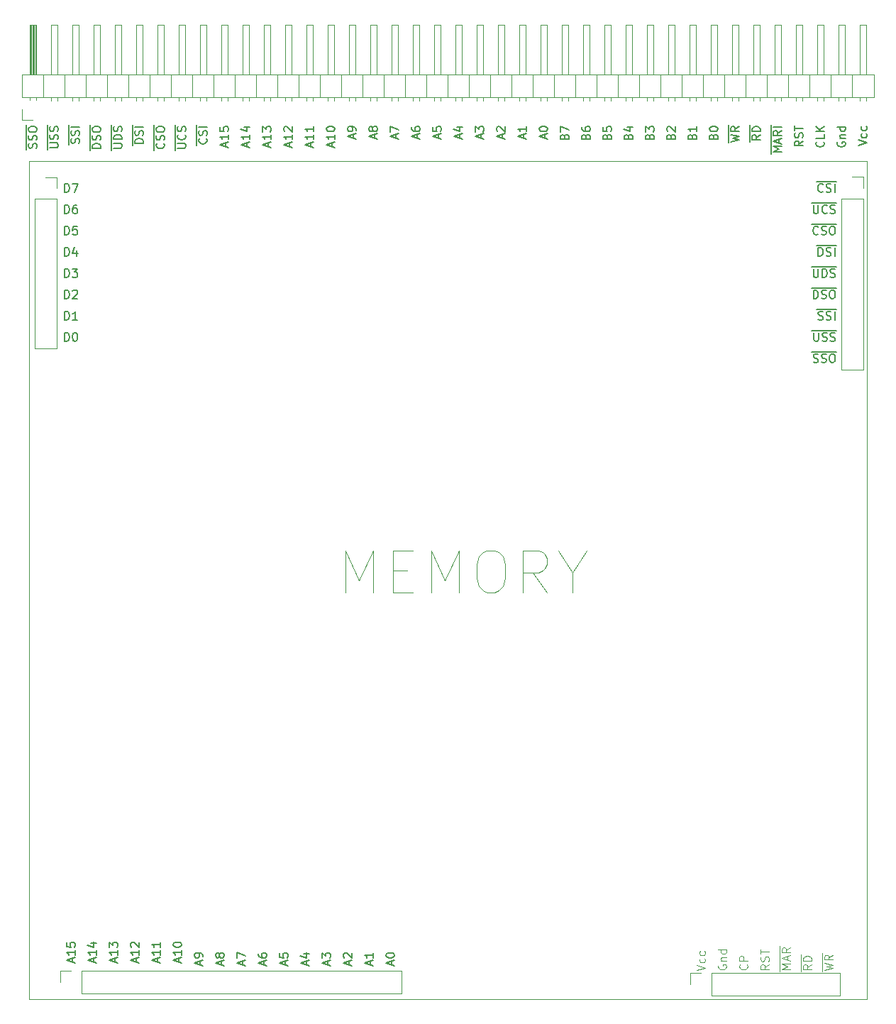
<source format=gbr>
%TF.GenerationSoftware,KiCad,Pcbnew,(6.0.0-0)*%
%TF.CreationDate,2022-03-08T07:11:20-05:00*%
%TF.ProjectId,Backplane-Memory-2022,4261636b-706c-4616-9e65-2d4d656d6f72,rev?*%
%TF.SameCoordinates,Original*%
%TF.FileFunction,Legend,Top*%
%TF.FilePolarity,Positive*%
%FSLAX46Y46*%
G04 Gerber Fmt 4.6, Leading zero omitted, Abs format (unit mm)*
G04 Created by KiCad (PCBNEW (6.0.0-0)) date 2022-03-08 07:11:20*
%MOMM*%
%LPD*%
G01*
G04 APERTURE LIST*
%ADD10C,0.120000*%
%ADD11C,0.150000*%
%ADD12C,0.100000*%
G04 APERTURE END LIST*
D10*
X89484000Y-45034000D02*
X189484000Y-45034000D01*
X189484000Y-45034000D02*
X189484000Y-145034000D01*
X189484000Y-145034000D02*
X89484000Y-145034000D01*
X89484000Y-145034000D02*
X89484000Y-45034000D01*
D11*
X182830500Y-50008000D02*
X183878119Y-50008000D01*
X183068595Y-50290380D02*
X183068595Y-51099904D01*
X183116214Y-51195142D01*
X183163833Y-51242761D01*
X183259071Y-51290380D01*
X183449547Y-51290380D01*
X183544785Y-51242761D01*
X183592404Y-51195142D01*
X183640023Y-51099904D01*
X183640023Y-50290380D01*
X183878119Y-50008000D02*
X184878119Y-50008000D01*
X184687642Y-51195142D02*
X184640023Y-51242761D01*
X184497166Y-51290380D01*
X184401928Y-51290380D01*
X184259071Y-51242761D01*
X184163833Y-51147523D01*
X184116214Y-51052285D01*
X184068595Y-50861809D01*
X184068595Y-50718952D01*
X184116214Y-50528476D01*
X184163833Y-50433238D01*
X184259071Y-50338000D01*
X184401928Y-50290380D01*
X184497166Y-50290380D01*
X184640023Y-50338000D01*
X184687642Y-50385619D01*
X184878119Y-50008000D02*
X185830500Y-50008000D01*
X185068595Y-51242761D02*
X185211452Y-51290380D01*
X185449547Y-51290380D01*
X185544785Y-51242761D01*
X185592404Y-51195142D01*
X185640023Y-51099904D01*
X185640023Y-51004666D01*
X185592404Y-50909428D01*
X185544785Y-50861809D01*
X185449547Y-50814190D01*
X185259071Y-50766571D01*
X185163833Y-50718952D01*
X185116214Y-50671333D01*
X185068595Y-50576095D01*
X185068595Y-50480857D01*
X185116214Y-50385619D01*
X185163833Y-50338000D01*
X185259071Y-50290380D01*
X185497166Y-50290380D01*
X185640023Y-50338000D01*
X101786000Y-43166071D02*
X101786000Y-42166071D01*
X103068380Y-42927976D02*
X102068380Y-42927976D01*
X102068380Y-42689880D01*
X102116000Y-42547023D01*
X102211238Y-42451785D01*
X102306476Y-42404166D01*
X102496952Y-42356547D01*
X102639809Y-42356547D01*
X102830285Y-42404166D01*
X102925523Y-42451785D01*
X103020761Y-42547023D01*
X103068380Y-42689880D01*
X103068380Y-42927976D01*
X101786000Y-42166071D02*
X101786000Y-41213690D01*
X103020761Y-41975595D02*
X103068380Y-41832738D01*
X103068380Y-41594642D01*
X103020761Y-41499404D01*
X102973142Y-41451785D01*
X102877904Y-41404166D01*
X102782666Y-41404166D01*
X102687428Y-41451785D01*
X102639809Y-41499404D01*
X102592190Y-41594642D01*
X102544571Y-41785119D01*
X102496952Y-41880357D01*
X102449333Y-41927976D01*
X102354095Y-41975595D01*
X102258857Y-41975595D01*
X102163619Y-41927976D01*
X102116000Y-41880357D01*
X102068380Y-41785119D01*
X102068380Y-41547023D01*
X102116000Y-41404166D01*
X101786000Y-41213690D02*
X101786000Y-40737500D01*
X103068380Y-40975595D02*
X102068380Y-40975595D01*
X183449547Y-62708000D02*
X184401928Y-62708000D01*
X183640023Y-63942761D02*
X183782880Y-63990380D01*
X184020976Y-63990380D01*
X184116214Y-63942761D01*
X184163833Y-63895142D01*
X184211452Y-63799904D01*
X184211452Y-63704666D01*
X184163833Y-63609428D01*
X184116214Y-63561809D01*
X184020976Y-63514190D01*
X183830500Y-63466571D01*
X183735261Y-63418952D01*
X183687642Y-63371333D01*
X183640023Y-63276095D01*
X183640023Y-63180857D01*
X183687642Y-63085619D01*
X183735261Y-63038000D01*
X183830500Y-62990380D01*
X184068595Y-62990380D01*
X184211452Y-63038000D01*
X184401928Y-62708000D02*
X185354309Y-62708000D01*
X184592404Y-63942761D02*
X184735261Y-63990380D01*
X184973357Y-63990380D01*
X185068595Y-63942761D01*
X185116214Y-63895142D01*
X185163833Y-63799904D01*
X185163833Y-63704666D01*
X185116214Y-63609428D01*
X185068595Y-63561809D01*
X184973357Y-63514190D01*
X184782880Y-63466571D01*
X184687642Y-63418952D01*
X184640023Y-63371333D01*
X184592404Y-63276095D01*
X184592404Y-63180857D01*
X184640023Y-63085619D01*
X184687642Y-63038000D01*
X184782880Y-62990380D01*
X185020976Y-62990380D01*
X185163833Y-63038000D01*
X185354309Y-62708000D02*
X185830500Y-62708000D01*
X185592404Y-63990380D02*
X185592404Y-62990380D01*
D12*
X171712000Y-140943095D02*
X171664380Y-141038333D01*
X171664380Y-141181190D01*
X171712000Y-141324047D01*
X171807238Y-141419285D01*
X171902476Y-141466904D01*
X172092952Y-141514523D01*
X172235809Y-141514523D01*
X172426285Y-141466904D01*
X172521523Y-141419285D01*
X172616761Y-141324047D01*
X172664380Y-141181190D01*
X172664380Y-141085952D01*
X172616761Y-140943095D01*
X172569142Y-140895476D01*
X172235809Y-140895476D01*
X172235809Y-141085952D01*
X171997714Y-140466904D02*
X172664380Y-140466904D01*
X172092952Y-140466904D02*
X172045333Y-140419285D01*
X171997714Y-140324047D01*
X171997714Y-140181190D01*
X172045333Y-140085952D01*
X172140571Y-140038333D01*
X172664380Y-140038333D01*
X172664380Y-139133571D02*
X171664380Y-139133571D01*
X172616761Y-139133571D02*
X172664380Y-139228809D01*
X172664380Y-139419285D01*
X172616761Y-139514523D01*
X172569142Y-139562142D01*
X172473904Y-139609761D01*
X172188190Y-139609761D01*
X172092952Y-139562142D01*
X172045333Y-139514523D01*
X171997714Y-139419285D01*
X171997714Y-139228809D01*
X172045333Y-139133571D01*
D11*
X125642666Y-43308928D02*
X125642666Y-42832738D01*
X125928380Y-43404166D02*
X124928380Y-43070833D01*
X125928380Y-42737500D01*
X125928380Y-41880357D02*
X125928380Y-42451785D01*
X125928380Y-42166071D02*
X124928380Y-42166071D01*
X125071238Y-42261309D01*
X125166476Y-42356547D01*
X125214095Y-42451785D01*
X124928380Y-41261309D02*
X124928380Y-41166071D01*
X124976000Y-41070833D01*
X125023619Y-41023214D01*
X125118857Y-40975595D01*
X125309333Y-40927976D01*
X125547428Y-40927976D01*
X125737904Y-40975595D01*
X125833142Y-41023214D01*
X125880761Y-41070833D01*
X125928380Y-41166071D01*
X125928380Y-41261309D01*
X125880761Y-41356547D01*
X125833142Y-41404166D01*
X125737904Y-41451785D01*
X125547428Y-41499404D01*
X125309333Y-41499404D01*
X125118857Y-41451785D01*
X125023619Y-41404166D01*
X124976000Y-41356547D01*
X124928380Y-41261309D01*
X184253142Y-42737500D02*
X184300761Y-42785119D01*
X184348380Y-42927976D01*
X184348380Y-43023214D01*
X184300761Y-43166071D01*
X184205523Y-43261309D01*
X184110285Y-43308928D01*
X183919809Y-43356547D01*
X183776952Y-43356547D01*
X183586476Y-43308928D01*
X183491238Y-43261309D01*
X183396000Y-43166071D01*
X183348380Y-43023214D01*
X183348380Y-42927976D01*
X183396000Y-42785119D01*
X183443619Y-42737500D01*
X184348380Y-41832738D02*
X184348380Y-42308928D01*
X183348380Y-42308928D01*
X184348380Y-41499404D02*
X183348380Y-41499404D01*
X184348380Y-40927976D02*
X183776952Y-41356547D01*
X183348380Y-40927976D02*
X183919809Y-41499404D01*
X93692214Y-58910380D02*
X93692214Y-57910380D01*
X93930309Y-57910380D01*
X94073166Y-57958000D01*
X94168404Y-58053238D01*
X94216023Y-58148476D01*
X94263642Y-58338952D01*
X94263642Y-58481809D01*
X94216023Y-58672285D01*
X94168404Y-58767523D01*
X94073166Y-58862761D01*
X93930309Y-58910380D01*
X93692214Y-58910380D01*
X94596976Y-57910380D02*
X95216023Y-57910380D01*
X94882690Y-58291333D01*
X95025547Y-58291333D01*
X95120785Y-58338952D01*
X95168404Y-58386571D01*
X95216023Y-58481809D01*
X95216023Y-58719904D01*
X95168404Y-58815142D01*
X95120785Y-58862761D01*
X95025547Y-58910380D01*
X94739833Y-58910380D01*
X94644595Y-58862761D01*
X94596976Y-58815142D01*
X93692214Y-61450380D02*
X93692214Y-60450380D01*
X93930309Y-60450380D01*
X94073166Y-60498000D01*
X94168404Y-60593238D01*
X94216023Y-60688476D01*
X94263642Y-60878952D01*
X94263642Y-61021809D01*
X94216023Y-61212285D01*
X94168404Y-61307523D01*
X94073166Y-61402761D01*
X93930309Y-61450380D01*
X93692214Y-61450380D01*
X94644595Y-60545619D02*
X94692214Y-60498000D01*
X94787452Y-60450380D01*
X95025547Y-60450380D01*
X95120785Y-60498000D01*
X95168404Y-60545619D01*
X95216023Y-60640857D01*
X95216023Y-60736095D01*
X95168404Y-60878952D01*
X94596976Y-61450380D01*
X95216023Y-61450380D01*
X91626000Y-43689880D02*
X91626000Y-42642261D01*
X91908380Y-43451785D02*
X92717904Y-43451785D01*
X92813142Y-43404166D01*
X92860761Y-43356547D01*
X92908380Y-43261309D01*
X92908380Y-43070833D01*
X92860761Y-42975595D01*
X92813142Y-42927976D01*
X92717904Y-42880357D01*
X91908380Y-42880357D01*
X91626000Y-42642261D02*
X91626000Y-41689880D01*
X92860761Y-42451785D02*
X92908380Y-42308928D01*
X92908380Y-42070833D01*
X92860761Y-41975595D01*
X92813142Y-41927976D01*
X92717904Y-41880357D01*
X92622666Y-41880357D01*
X92527428Y-41927976D01*
X92479809Y-41975595D01*
X92432190Y-42070833D01*
X92384571Y-42261309D01*
X92336952Y-42356547D01*
X92289333Y-42404166D01*
X92194095Y-42451785D01*
X92098857Y-42451785D01*
X92003619Y-42404166D01*
X91956000Y-42356547D01*
X91908380Y-42261309D01*
X91908380Y-42023214D01*
X91956000Y-41880357D01*
X91626000Y-41689880D02*
X91626000Y-40737500D01*
X92860761Y-41499404D02*
X92908380Y-41356547D01*
X92908380Y-41118452D01*
X92860761Y-41023214D01*
X92813142Y-40975595D01*
X92717904Y-40927976D01*
X92622666Y-40927976D01*
X92527428Y-40975595D01*
X92479809Y-41023214D01*
X92432190Y-41118452D01*
X92384571Y-41308928D01*
X92336952Y-41404166D01*
X92289333Y-41451785D01*
X92194095Y-41499404D01*
X92098857Y-41499404D01*
X92003619Y-41451785D01*
X91956000Y-41404166D01*
X91908380Y-41308928D01*
X91908380Y-41070833D01*
X91956000Y-40927976D01*
X106866000Y-43737500D02*
X106866000Y-42689880D01*
X107148380Y-43499404D02*
X107957904Y-43499404D01*
X108053142Y-43451785D01*
X108100761Y-43404166D01*
X108148380Y-43308928D01*
X108148380Y-43118452D01*
X108100761Y-43023214D01*
X108053142Y-42975595D01*
X107957904Y-42927976D01*
X107148380Y-42927976D01*
X106866000Y-42689880D02*
X106866000Y-41689880D01*
X108053142Y-41880357D02*
X108100761Y-41927976D01*
X108148380Y-42070833D01*
X108148380Y-42166071D01*
X108100761Y-42308928D01*
X108005523Y-42404166D01*
X107910285Y-42451785D01*
X107719809Y-42499404D01*
X107576952Y-42499404D01*
X107386476Y-42451785D01*
X107291238Y-42404166D01*
X107196000Y-42308928D01*
X107148380Y-42166071D01*
X107148380Y-42070833D01*
X107196000Y-41927976D01*
X107243619Y-41880357D01*
X106866000Y-41689880D02*
X106866000Y-40737500D01*
X108100761Y-41499404D02*
X108148380Y-41356547D01*
X108148380Y-41118452D01*
X108100761Y-41023214D01*
X108053142Y-40975595D01*
X107957904Y-40927976D01*
X107862666Y-40927976D01*
X107767428Y-40975595D01*
X107719809Y-41023214D01*
X107672190Y-41118452D01*
X107624571Y-41308928D01*
X107576952Y-41404166D01*
X107529333Y-41451785D01*
X107434095Y-41499404D01*
X107338857Y-41499404D01*
X107243619Y-41451785D01*
X107196000Y-41404166D01*
X107148380Y-41308928D01*
X107148380Y-41070833D01*
X107196000Y-40927976D01*
X109894666Y-140946547D02*
X109894666Y-140470357D01*
X110180380Y-141041785D02*
X109180380Y-140708452D01*
X110180380Y-140375119D01*
X110180380Y-139994166D02*
X110180380Y-139803690D01*
X110132761Y-139708452D01*
X110085142Y-139660833D01*
X109942285Y-139565595D01*
X109751809Y-139517976D01*
X109370857Y-139517976D01*
X109275619Y-139565595D01*
X109228000Y-139613214D01*
X109180380Y-139708452D01*
X109180380Y-139898928D01*
X109228000Y-139994166D01*
X109275619Y-140041785D01*
X109370857Y-140089404D01*
X109608952Y-140089404D01*
X109704190Y-140041785D01*
X109751809Y-139994166D01*
X109799428Y-139898928D01*
X109799428Y-139708452D01*
X109751809Y-139613214D01*
X109704190Y-139565595D01*
X109608952Y-139517976D01*
X130214666Y-140946547D02*
X130214666Y-140470357D01*
X130500380Y-141041785D02*
X129500380Y-140708452D01*
X130500380Y-140375119D01*
X130500380Y-139517976D02*
X130500380Y-140089404D01*
X130500380Y-139803690D02*
X129500380Y-139803690D01*
X129643238Y-139898928D01*
X129738476Y-139994166D01*
X129786095Y-140089404D01*
X94654666Y-140628928D02*
X94654666Y-140152738D01*
X94940380Y-140724166D02*
X93940380Y-140390833D01*
X94940380Y-140057500D01*
X94940380Y-139200357D02*
X94940380Y-139771785D01*
X94940380Y-139486071D02*
X93940380Y-139486071D01*
X94083238Y-139581309D01*
X94178476Y-139676547D01*
X94226095Y-139771785D01*
X93940380Y-138295595D02*
X93940380Y-138771785D01*
X94416571Y-138819404D01*
X94368952Y-138771785D01*
X94321333Y-138676547D01*
X94321333Y-138438452D01*
X94368952Y-138343214D01*
X94416571Y-138295595D01*
X94511809Y-138247976D01*
X94749904Y-138247976D01*
X94845142Y-138295595D01*
X94892761Y-138343214D01*
X94940380Y-138438452D01*
X94940380Y-138676547D01*
X94892761Y-138771785D01*
X94845142Y-138819404D01*
X125134666Y-140946547D02*
X125134666Y-140470357D01*
X125420380Y-141041785D02*
X124420380Y-140708452D01*
X125420380Y-140375119D01*
X124420380Y-140137023D02*
X124420380Y-139517976D01*
X124801333Y-139851309D01*
X124801333Y-139708452D01*
X124848952Y-139613214D01*
X124896571Y-139565595D01*
X124991809Y-139517976D01*
X125229904Y-139517976D01*
X125325142Y-139565595D01*
X125372761Y-139613214D01*
X125420380Y-139708452D01*
X125420380Y-139994166D01*
X125372761Y-140089404D01*
X125325142Y-140137023D01*
D12*
X184082000Y-141705000D02*
X184082000Y-140562142D01*
X184364380Y-141562142D02*
X185364380Y-141324047D01*
X184650095Y-141133571D01*
X185364380Y-140943095D01*
X184364380Y-140705000D01*
X184082000Y-140562142D02*
X184082000Y-139562142D01*
X185364380Y-139752619D02*
X184888190Y-140085952D01*
X185364380Y-140324047D02*
X184364380Y-140324047D01*
X184364380Y-139943095D01*
X184412000Y-139847857D01*
X184459619Y-139800238D01*
X184554857Y-139752619D01*
X184697714Y-139752619D01*
X184792952Y-139800238D01*
X184840571Y-139847857D01*
X184888190Y-139943095D01*
X184888190Y-140324047D01*
D11*
X148502666Y-42356547D02*
X148502666Y-41880357D01*
X148788380Y-42451785D02*
X147788380Y-42118452D01*
X148788380Y-41785119D01*
X148788380Y-40927976D02*
X148788380Y-41499404D01*
X148788380Y-41213690D02*
X147788380Y-41213690D01*
X147931238Y-41308928D01*
X148026476Y-41404166D01*
X148074095Y-41499404D01*
X127674666Y-140946547D02*
X127674666Y-140470357D01*
X127960380Y-141041785D02*
X126960380Y-140708452D01*
X127960380Y-140375119D01*
X127055619Y-140089404D02*
X127008000Y-140041785D01*
X126960380Y-139946547D01*
X126960380Y-139708452D01*
X127008000Y-139613214D01*
X127055619Y-139565595D01*
X127150857Y-139517976D01*
X127246095Y-139517976D01*
X127388952Y-139565595D01*
X127960380Y-140137023D01*
X127960380Y-139517976D01*
X112434666Y-140946547D02*
X112434666Y-140470357D01*
X112720380Y-141041785D02*
X111720380Y-140708452D01*
X112720380Y-140375119D01*
X112148952Y-139898928D02*
X112101333Y-139994166D01*
X112053714Y-140041785D01*
X111958476Y-140089404D01*
X111910857Y-140089404D01*
X111815619Y-140041785D01*
X111768000Y-139994166D01*
X111720380Y-139898928D01*
X111720380Y-139708452D01*
X111768000Y-139613214D01*
X111815619Y-139565595D01*
X111910857Y-139517976D01*
X111958476Y-139517976D01*
X112053714Y-139565595D01*
X112101333Y-139613214D01*
X112148952Y-139708452D01*
X112148952Y-139898928D01*
X112196571Y-139994166D01*
X112244190Y-140041785D01*
X112339428Y-140089404D01*
X112529904Y-140089404D01*
X112625142Y-140041785D01*
X112672761Y-139994166D01*
X112720380Y-139898928D01*
X112720380Y-139708452D01*
X112672761Y-139613214D01*
X112625142Y-139565595D01*
X112529904Y-139517976D01*
X112339428Y-139517976D01*
X112244190Y-139565595D01*
X112196571Y-139613214D01*
X112148952Y-139708452D01*
D12*
X177744380Y-140895476D02*
X177268190Y-141228809D01*
X177744380Y-141466904D02*
X176744380Y-141466904D01*
X176744380Y-141085952D01*
X176792000Y-140990714D01*
X176839619Y-140943095D01*
X176934857Y-140895476D01*
X177077714Y-140895476D01*
X177172952Y-140943095D01*
X177220571Y-140990714D01*
X177268190Y-141085952D01*
X177268190Y-141466904D01*
X177696761Y-140514523D02*
X177744380Y-140371666D01*
X177744380Y-140133571D01*
X177696761Y-140038333D01*
X177649142Y-139990714D01*
X177553904Y-139943095D01*
X177458666Y-139943095D01*
X177363428Y-139990714D01*
X177315809Y-140038333D01*
X177268190Y-140133571D01*
X177220571Y-140324047D01*
X177172952Y-140419285D01*
X177125333Y-140466904D01*
X177030095Y-140514523D01*
X176934857Y-140514523D01*
X176839619Y-140466904D01*
X176792000Y-140419285D01*
X176744380Y-140324047D01*
X176744380Y-140085952D01*
X176792000Y-139943095D01*
X176744380Y-139657380D02*
X176744380Y-139085952D01*
X177744380Y-139371666D02*
X176744380Y-139371666D01*
D11*
X97194666Y-140628928D02*
X97194666Y-140152738D01*
X97480380Y-140724166D02*
X96480380Y-140390833D01*
X97480380Y-140057500D01*
X97480380Y-139200357D02*
X97480380Y-139771785D01*
X97480380Y-139486071D02*
X96480380Y-139486071D01*
X96623238Y-139581309D01*
X96718476Y-139676547D01*
X96766095Y-139771785D01*
X96813714Y-138343214D02*
X97480380Y-138343214D01*
X96432761Y-138581309D02*
X97147047Y-138819404D01*
X97147047Y-138200357D01*
X151042666Y-42356547D02*
X151042666Y-41880357D01*
X151328380Y-42451785D02*
X150328380Y-42118452D01*
X151328380Y-41785119D01*
X150328380Y-41261309D02*
X150328380Y-41166071D01*
X150376000Y-41070833D01*
X150423619Y-41023214D01*
X150518857Y-40975595D01*
X150709333Y-40927976D01*
X150947428Y-40927976D01*
X151137904Y-40975595D01*
X151233142Y-41023214D01*
X151280761Y-41070833D01*
X151328380Y-41166071D01*
X151328380Y-41261309D01*
X151280761Y-41356547D01*
X151233142Y-41404166D01*
X151137904Y-41451785D01*
X150947428Y-41499404D01*
X150709333Y-41499404D01*
X150518857Y-41451785D01*
X150423619Y-41404166D01*
X150376000Y-41356547D01*
X150328380Y-41261309D01*
X104814666Y-140628928D02*
X104814666Y-140152738D01*
X105100380Y-140724166D02*
X104100380Y-140390833D01*
X105100380Y-140057500D01*
X105100380Y-139200357D02*
X105100380Y-139771785D01*
X105100380Y-139486071D02*
X104100380Y-139486071D01*
X104243238Y-139581309D01*
X104338476Y-139676547D01*
X104386095Y-139771785D01*
X105100380Y-138247976D02*
X105100380Y-138819404D01*
X105100380Y-138533690D02*
X104100380Y-138533690D01*
X104243238Y-138628928D01*
X104338476Y-138724166D01*
X104386095Y-138819404D01*
X133262666Y-42356547D02*
X133262666Y-41880357D01*
X133548380Y-42451785D02*
X132548380Y-42118452D01*
X133548380Y-41785119D01*
X132548380Y-41547023D02*
X132548380Y-40880357D01*
X133548380Y-41308928D01*
X168584571Y-42118452D02*
X168632190Y-41975595D01*
X168679809Y-41927976D01*
X168775047Y-41880357D01*
X168917904Y-41880357D01*
X169013142Y-41927976D01*
X169060761Y-41975595D01*
X169108380Y-42070833D01*
X169108380Y-42451785D01*
X168108380Y-42451785D01*
X168108380Y-42118452D01*
X168156000Y-42023214D01*
X168203619Y-41975595D01*
X168298857Y-41927976D01*
X168394095Y-41927976D01*
X168489333Y-41975595D01*
X168536952Y-42023214D01*
X168584571Y-42118452D01*
X168584571Y-42451785D01*
X169108380Y-40927976D02*
X169108380Y-41499404D01*
X169108380Y-41213690D02*
X168108380Y-41213690D01*
X168251238Y-41308928D01*
X168346476Y-41404166D01*
X168394095Y-41499404D01*
X120054666Y-140946547D02*
X120054666Y-140470357D01*
X120340380Y-141041785D02*
X119340380Y-140708452D01*
X120340380Y-140375119D01*
X119340380Y-139565595D02*
X119340380Y-140041785D01*
X119816571Y-140089404D01*
X119768952Y-140041785D01*
X119721333Y-139946547D01*
X119721333Y-139708452D01*
X119768952Y-139613214D01*
X119816571Y-139565595D01*
X119911809Y-139517976D01*
X120149904Y-139517976D01*
X120245142Y-139565595D01*
X120292761Y-139613214D01*
X120340380Y-139708452D01*
X120340380Y-139946547D01*
X120292761Y-140041785D01*
X120245142Y-140089404D01*
X107354666Y-140628928D02*
X107354666Y-140152738D01*
X107640380Y-140724166D02*
X106640380Y-140390833D01*
X107640380Y-140057500D01*
X107640380Y-139200357D02*
X107640380Y-139771785D01*
X107640380Y-139486071D02*
X106640380Y-139486071D01*
X106783238Y-139581309D01*
X106878476Y-139676547D01*
X106926095Y-139771785D01*
X106640380Y-138581309D02*
X106640380Y-138486071D01*
X106688000Y-138390833D01*
X106735619Y-138343214D01*
X106830857Y-138295595D01*
X107021333Y-138247976D01*
X107259428Y-138247976D01*
X107449904Y-138295595D01*
X107545142Y-138343214D01*
X107592761Y-138390833D01*
X107640380Y-138486071D01*
X107640380Y-138581309D01*
X107592761Y-138676547D01*
X107545142Y-138724166D01*
X107449904Y-138771785D01*
X107259428Y-138819404D01*
X107021333Y-138819404D01*
X106830857Y-138771785D01*
X106735619Y-138724166D01*
X106688000Y-138676547D01*
X106640380Y-138581309D01*
D12*
X181542000Y-141705000D02*
X181542000Y-140705000D01*
X182824380Y-140895476D02*
X182348190Y-141228809D01*
X182824380Y-141466904D02*
X181824380Y-141466904D01*
X181824380Y-141085952D01*
X181872000Y-140990714D01*
X181919619Y-140943095D01*
X182014857Y-140895476D01*
X182157714Y-140895476D01*
X182252952Y-140943095D01*
X182300571Y-140990714D01*
X182348190Y-141085952D01*
X182348190Y-141466904D01*
X181542000Y-140705000D02*
X181542000Y-139705000D01*
X182824380Y-140466904D02*
X181824380Y-140466904D01*
X181824380Y-140228809D01*
X181872000Y-140085952D01*
X181967238Y-139990714D01*
X182062476Y-139943095D01*
X182252952Y-139895476D01*
X182395809Y-139895476D01*
X182586285Y-139943095D01*
X182681523Y-139990714D01*
X182776761Y-140085952D01*
X182824380Y-140228809D01*
X182824380Y-140466904D01*
D11*
X182878119Y-65248000D02*
X183925738Y-65248000D01*
X183116214Y-65530380D02*
X183116214Y-66339904D01*
X183163833Y-66435142D01*
X183211452Y-66482761D01*
X183306690Y-66530380D01*
X183497166Y-66530380D01*
X183592404Y-66482761D01*
X183640023Y-66435142D01*
X183687642Y-66339904D01*
X183687642Y-65530380D01*
X183925738Y-65248000D02*
X184878119Y-65248000D01*
X184116214Y-66482761D02*
X184259071Y-66530380D01*
X184497166Y-66530380D01*
X184592404Y-66482761D01*
X184640023Y-66435142D01*
X184687642Y-66339904D01*
X184687642Y-66244666D01*
X184640023Y-66149428D01*
X184592404Y-66101809D01*
X184497166Y-66054190D01*
X184306690Y-66006571D01*
X184211452Y-65958952D01*
X184163833Y-65911333D01*
X184116214Y-65816095D01*
X184116214Y-65720857D01*
X184163833Y-65625619D01*
X184211452Y-65578000D01*
X184306690Y-65530380D01*
X184544785Y-65530380D01*
X184687642Y-65578000D01*
X184878119Y-65248000D02*
X185830500Y-65248000D01*
X185068595Y-66482761D02*
X185211452Y-66530380D01*
X185449547Y-66530380D01*
X185544785Y-66482761D01*
X185592404Y-66435142D01*
X185640023Y-66339904D01*
X185640023Y-66244666D01*
X185592404Y-66149428D01*
X185544785Y-66101809D01*
X185449547Y-66054190D01*
X185259071Y-66006571D01*
X185163833Y-65958952D01*
X185116214Y-65911333D01*
X185068595Y-65816095D01*
X185068595Y-65720857D01*
X185116214Y-65625619D01*
X185163833Y-65578000D01*
X185259071Y-65530380D01*
X185497166Y-65530380D01*
X185640023Y-65578000D01*
X158424571Y-42118452D02*
X158472190Y-41975595D01*
X158519809Y-41927976D01*
X158615047Y-41880357D01*
X158757904Y-41880357D01*
X158853142Y-41927976D01*
X158900761Y-41975595D01*
X158948380Y-42070833D01*
X158948380Y-42451785D01*
X157948380Y-42451785D01*
X157948380Y-42118452D01*
X157996000Y-42023214D01*
X158043619Y-41975595D01*
X158138857Y-41927976D01*
X158234095Y-41927976D01*
X158329333Y-41975595D01*
X158376952Y-42023214D01*
X158424571Y-42118452D01*
X158424571Y-42451785D01*
X157948380Y-40975595D02*
X157948380Y-41451785D01*
X158424571Y-41499404D01*
X158376952Y-41451785D01*
X158329333Y-41356547D01*
X158329333Y-41118452D01*
X158376952Y-41023214D01*
X158424571Y-40975595D01*
X158519809Y-40927976D01*
X158757904Y-40927976D01*
X158853142Y-40975595D01*
X158900761Y-41023214D01*
X158948380Y-41118452D01*
X158948380Y-41356547D01*
X158900761Y-41451785D01*
X158853142Y-41499404D01*
X138342666Y-42356547D02*
X138342666Y-41880357D01*
X138628380Y-42451785D02*
X137628380Y-42118452D01*
X138628380Y-41785119D01*
X137628380Y-40975595D02*
X137628380Y-41451785D01*
X138104571Y-41499404D01*
X138056952Y-41451785D01*
X138009333Y-41356547D01*
X138009333Y-41118452D01*
X138056952Y-41023214D01*
X138104571Y-40975595D01*
X138199809Y-40927976D01*
X138437904Y-40927976D01*
X138533142Y-40975595D01*
X138580761Y-41023214D01*
X138628380Y-41118452D01*
X138628380Y-41356547D01*
X138580761Y-41451785D01*
X138533142Y-41499404D01*
X153344571Y-42118452D02*
X153392190Y-41975595D01*
X153439809Y-41927976D01*
X153535047Y-41880357D01*
X153677904Y-41880357D01*
X153773142Y-41927976D01*
X153820761Y-41975595D01*
X153868380Y-42070833D01*
X153868380Y-42451785D01*
X152868380Y-42451785D01*
X152868380Y-42118452D01*
X152916000Y-42023214D01*
X152963619Y-41975595D01*
X153058857Y-41927976D01*
X153154095Y-41927976D01*
X153249333Y-41975595D01*
X153296952Y-42023214D01*
X153344571Y-42118452D01*
X153344571Y-42451785D01*
X152868380Y-41547023D02*
X152868380Y-40880357D01*
X153868380Y-41308928D01*
X188428380Y-43213690D02*
X189428380Y-42880357D01*
X188428380Y-42547023D01*
X189380761Y-41785119D02*
X189428380Y-41880357D01*
X189428380Y-42070833D01*
X189380761Y-42166071D01*
X189333142Y-42213690D01*
X189237904Y-42261309D01*
X188952190Y-42261309D01*
X188856952Y-42213690D01*
X188809333Y-42166071D01*
X188761714Y-42070833D01*
X188761714Y-41880357D01*
X188809333Y-41785119D01*
X189380761Y-40927976D02*
X189428380Y-41023214D01*
X189428380Y-41213690D01*
X189380761Y-41308928D01*
X189333142Y-41356547D01*
X189237904Y-41404166D01*
X188952190Y-41404166D01*
X188856952Y-41356547D01*
X188809333Y-41308928D01*
X188761714Y-41213690D01*
X188761714Y-41023214D01*
X188809333Y-40927976D01*
X109406000Y-43166071D02*
X109406000Y-42166071D01*
X110593142Y-42356547D02*
X110640761Y-42404166D01*
X110688380Y-42547023D01*
X110688380Y-42642261D01*
X110640761Y-42785119D01*
X110545523Y-42880357D01*
X110450285Y-42927976D01*
X110259809Y-42975595D01*
X110116952Y-42975595D01*
X109926476Y-42927976D01*
X109831238Y-42880357D01*
X109736000Y-42785119D01*
X109688380Y-42642261D01*
X109688380Y-42547023D01*
X109736000Y-42404166D01*
X109783619Y-42356547D01*
X109406000Y-42166071D02*
X109406000Y-41213690D01*
X110640761Y-41975595D02*
X110688380Y-41832738D01*
X110688380Y-41594642D01*
X110640761Y-41499404D01*
X110593142Y-41451785D01*
X110497904Y-41404166D01*
X110402666Y-41404166D01*
X110307428Y-41451785D01*
X110259809Y-41499404D01*
X110212190Y-41594642D01*
X110164571Y-41785119D01*
X110116952Y-41880357D01*
X110069333Y-41927976D01*
X109974095Y-41975595D01*
X109878857Y-41975595D01*
X109783619Y-41927976D01*
X109736000Y-41880357D01*
X109688380Y-41785119D01*
X109688380Y-41547023D01*
X109736000Y-41404166D01*
X109406000Y-41213690D02*
X109406000Y-40737500D01*
X110688380Y-40975595D02*
X109688380Y-40975595D01*
X94166000Y-43118452D02*
X94166000Y-42166071D01*
X95400761Y-42927976D02*
X95448380Y-42785119D01*
X95448380Y-42547023D01*
X95400761Y-42451785D01*
X95353142Y-42404166D01*
X95257904Y-42356547D01*
X95162666Y-42356547D01*
X95067428Y-42404166D01*
X95019809Y-42451785D01*
X94972190Y-42547023D01*
X94924571Y-42737500D01*
X94876952Y-42832738D01*
X94829333Y-42880357D01*
X94734095Y-42927976D01*
X94638857Y-42927976D01*
X94543619Y-42880357D01*
X94496000Y-42832738D01*
X94448380Y-42737500D01*
X94448380Y-42499404D01*
X94496000Y-42356547D01*
X94166000Y-42166071D02*
X94166000Y-41213690D01*
X95400761Y-41975595D02*
X95448380Y-41832738D01*
X95448380Y-41594642D01*
X95400761Y-41499404D01*
X95353142Y-41451785D01*
X95257904Y-41404166D01*
X95162666Y-41404166D01*
X95067428Y-41451785D01*
X95019809Y-41499404D01*
X94972190Y-41594642D01*
X94924571Y-41785119D01*
X94876952Y-41880357D01*
X94829333Y-41927976D01*
X94734095Y-41975595D01*
X94638857Y-41975595D01*
X94543619Y-41927976D01*
X94496000Y-41880357D01*
X94448380Y-41785119D01*
X94448380Y-41547023D01*
X94496000Y-41404166D01*
X94166000Y-41213690D02*
X94166000Y-40737500D01*
X95448380Y-40975595D02*
X94448380Y-40975595D01*
X182878119Y-67788000D02*
X183830500Y-67788000D01*
X183068595Y-69022761D02*
X183211452Y-69070380D01*
X183449547Y-69070380D01*
X183544785Y-69022761D01*
X183592404Y-68975142D01*
X183640023Y-68879904D01*
X183640023Y-68784666D01*
X183592404Y-68689428D01*
X183544785Y-68641809D01*
X183449547Y-68594190D01*
X183259071Y-68546571D01*
X183163833Y-68498952D01*
X183116214Y-68451333D01*
X183068595Y-68356095D01*
X183068595Y-68260857D01*
X183116214Y-68165619D01*
X183163833Y-68118000D01*
X183259071Y-68070380D01*
X183497166Y-68070380D01*
X183640023Y-68118000D01*
X183830500Y-67788000D02*
X184782880Y-67788000D01*
X184020976Y-69022761D02*
X184163833Y-69070380D01*
X184401928Y-69070380D01*
X184497166Y-69022761D01*
X184544785Y-68975142D01*
X184592404Y-68879904D01*
X184592404Y-68784666D01*
X184544785Y-68689428D01*
X184497166Y-68641809D01*
X184401928Y-68594190D01*
X184211452Y-68546571D01*
X184116214Y-68498952D01*
X184068595Y-68451333D01*
X184020976Y-68356095D01*
X184020976Y-68260857D01*
X184068595Y-68165619D01*
X184116214Y-68118000D01*
X184211452Y-68070380D01*
X184449547Y-68070380D01*
X184592404Y-68118000D01*
X184782880Y-67788000D02*
X185830500Y-67788000D01*
X185211452Y-68070380D02*
X185401928Y-68070380D01*
X185497166Y-68118000D01*
X185592404Y-68213238D01*
X185640023Y-68403714D01*
X185640023Y-68737047D01*
X185592404Y-68927523D01*
X185497166Y-69022761D01*
X185401928Y-69070380D01*
X185211452Y-69070380D01*
X185116214Y-69022761D01*
X185020976Y-68927523D01*
X184973357Y-68737047D01*
X184973357Y-68403714D01*
X185020976Y-68213238D01*
X185116214Y-68118000D01*
X185211452Y-68070380D01*
X102274666Y-140628928D02*
X102274666Y-140152738D01*
X102560380Y-140724166D02*
X101560380Y-140390833D01*
X102560380Y-140057500D01*
X102560380Y-139200357D02*
X102560380Y-139771785D01*
X102560380Y-139486071D02*
X101560380Y-139486071D01*
X101703238Y-139581309D01*
X101798476Y-139676547D01*
X101846095Y-139771785D01*
X101655619Y-138819404D02*
X101608000Y-138771785D01*
X101560380Y-138676547D01*
X101560380Y-138438452D01*
X101608000Y-138343214D01*
X101655619Y-138295595D01*
X101750857Y-138247976D01*
X101846095Y-138247976D01*
X101988952Y-138295595D01*
X102560380Y-138867023D01*
X102560380Y-138247976D01*
X182830500Y-57628000D02*
X183878119Y-57628000D01*
X183068595Y-57910380D02*
X183068595Y-58719904D01*
X183116214Y-58815142D01*
X183163833Y-58862761D01*
X183259071Y-58910380D01*
X183449547Y-58910380D01*
X183544785Y-58862761D01*
X183592404Y-58815142D01*
X183640023Y-58719904D01*
X183640023Y-57910380D01*
X183878119Y-57628000D02*
X184878119Y-57628000D01*
X184116214Y-58910380D02*
X184116214Y-57910380D01*
X184354309Y-57910380D01*
X184497166Y-57958000D01*
X184592404Y-58053238D01*
X184640023Y-58148476D01*
X184687642Y-58338952D01*
X184687642Y-58481809D01*
X184640023Y-58672285D01*
X184592404Y-58767523D01*
X184497166Y-58862761D01*
X184354309Y-58910380D01*
X184116214Y-58910380D01*
X184878119Y-57628000D02*
X185830500Y-57628000D01*
X185068595Y-58862761D02*
X185211452Y-58910380D01*
X185449547Y-58910380D01*
X185544785Y-58862761D01*
X185592404Y-58815142D01*
X185640023Y-58719904D01*
X185640023Y-58624666D01*
X185592404Y-58529428D01*
X185544785Y-58481809D01*
X185449547Y-58434190D01*
X185259071Y-58386571D01*
X185163833Y-58338952D01*
X185116214Y-58291333D01*
X185068595Y-58196095D01*
X185068595Y-58100857D01*
X185116214Y-58005619D01*
X185163833Y-57958000D01*
X185259071Y-57910380D01*
X185497166Y-57910380D01*
X185640023Y-57958000D01*
X132754666Y-140946547D02*
X132754666Y-140470357D01*
X133040380Y-141041785D02*
X132040380Y-140708452D01*
X133040380Y-140375119D01*
X132040380Y-139851309D02*
X132040380Y-139756071D01*
X132088000Y-139660833D01*
X132135619Y-139613214D01*
X132230857Y-139565595D01*
X132421333Y-139517976D01*
X132659428Y-139517976D01*
X132849904Y-139565595D01*
X132945142Y-139613214D01*
X132992761Y-139660833D01*
X133040380Y-139756071D01*
X133040380Y-139851309D01*
X132992761Y-139946547D01*
X132945142Y-139994166D01*
X132849904Y-140041785D01*
X132659428Y-140089404D01*
X132421333Y-140089404D01*
X132230857Y-140041785D01*
X132135619Y-139994166D01*
X132088000Y-139946547D01*
X132040380Y-139851309D01*
X123102666Y-43308928D02*
X123102666Y-42832738D01*
X123388380Y-43404166D02*
X122388380Y-43070833D01*
X123388380Y-42737500D01*
X123388380Y-41880357D02*
X123388380Y-42451785D01*
X123388380Y-42166071D02*
X122388380Y-42166071D01*
X122531238Y-42261309D01*
X122626476Y-42356547D01*
X122674095Y-42451785D01*
X123388380Y-40927976D02*
X123388380Y-41499404D01*
X123388380Y-41213690D02*
X122388380Y-41213690D01*
X122531238Y-41308928D01*
X122626476Y-41404166D01*
X122674095Y-41499404D01*
X185936000Y-42785119D02*
X185888380Y-42880357D01*
X185888380Y-43023214D01*
X185936000Y-43166071D01*
X186031238Y-43261309D01*
X186126476Y-43308928D01*
X186316952Y-43356547D01*
X186459809Y-43356547D01*
X186650285Y-43308928D01*
X186745523Y-43261309D01*
X186840761Y-43166071D01*
X186888380Y-43023214D01*
X186888380Y-42927976D01*
X186840761Y-42785119D01*
X186793142Y-42737500D01*
X186459809Y-42737500D01*
X186459809Y-42927976D01*
X186221714Y-42308928D02*
X186888380Y-42308928D01*
X186316952Y-42308928D02*
X186269333Y-42261309D01*
X186221714Y-42166071D01*
X186221714Y-42023214D01*
X186269333Y-41927976D01*
X186364571Y-41880357D01*
X186888380Y-41880357D01*
X186888380Y-40975595D02*
X185888380Y-40975595D01*
X186840761Y-40975595D02*
X186888380Y-41070833D01*
X186888380Y-41261309D01*
X186840761Y-41356547D01*
X186793142Y-41404166D01*
X186697904Y-41451785D01*
X186412190Y-41451785D01*
X186316952Y-41404166D01*
X186269333Y-41356547D01*
X186221714Y-41261309D01*
X186221714Y-41070833D01*
X186269333Y-40975595D01*
D12*
X169124380Y-141609761D02*
X170124380Y-141276428D01*
X169124380Y-140943095D01*
X170076761Y-140181190D02*
X170124380Y-140276428D01*
X170124380Y-140466904D01*
X170076761Y-140562142D01*
X170029142Y-140609761D01*
X169933904Y-140657380D01*
X169648190Y-140657380D01*
X169552952Y-140609761D01*
X169505333Y-140562142D01*
X169457714Y-140466904D01*
X169457714Y-140276428D01*
X169505333Y-140181190D01*
X170076761Y-139324047D02*
X170124380Y-139419285D01*
X170124380Y-139609761D01*
X170076761Y-139705000D01*
X170029142Y-139752619D01*
X169933904Y-139800238D01*
X169648190Y-139800238D01*
X169552952Y-139752619D01*
X169505333Y-139705000D01*
X169457714Y-139609761D01*
X169457714Y-139419285D01*
X169505333Y-139324047D01*
D11*
X114974666Y-140946547D02*
X114974666Y-140470357D01*
X115260380Y-141041785D02*
X114260380Y-140708452D01*
X115260380Y-140375119D01*
X114260380Y-140137023D02*
X114260380Y-139470357D01*
X115260380Y-139898928D01*
X120562666Y-43308928D02*
X120562666Y-42832738D01*
X120848380Y-43404166D02*
X119848380Y-43070833D01*
X120848380Y-42737500D01*
X120848380Y-41880357D02*
X120848380Y-42451785D01*
X120848380Y-42166071D02*
X119848380Y-42166071D01*
X119991238Y-42261309D01*
X120086476Y-42356547D01*
X120134095Y-42451785D01*
X119943619Y-41499404D02*
X119896000Y-41451785D01*
X119848380Y-41356547D01*
X119848380Y-41118452D01*
X119896000Y-41023214D01*
X119943619Y-40975595D01*
X120038857Y-40927976D01*
X120134095Y-40927976D01*
X120276952Y-40975595D01*
X120848380Y-41547023D01*
X120848380Y-40927976D01*
X122594666Y-140946547D02*
X122594666Y-140470357D01*
X122880380Y-141041785D02*
X121880380Y-140708452D01*
X122880380Y-140375119D01*
X122213714Y-139613214D02*
X122880380Y-139613214D01*
X121832761Y-139851309D02*
X122547047Y-140089404D01*
X122547047Y-139470357D01*
X93692214Y-63990380D02*
X93692214Y-62990380D01*
X93930309Y-62990380D01*
X94073166Y-63038000D01*
X94168404Y-63133238D01*
X94216023Y-63228476D01*
X94263642Y-63418952D01*
X94263642Y-63561809D01*
X94216023Y-63752285D01*
X94168404Y-63847523D01*
X94073166Y-63942761D01*
X93930309Y-63990380D01*
X93692214Y-63990380D01*
X95216023Y-63990380D02*
X94644595Y-63990380D01*
X94930309Y-63990380D02*
X94930309Y-62990380D01*
X94835071Y-63133238D01*
X94739833Y-63228476D01*
X94644595Y-63276095D01*
D12*
X179002000Y-141705000D02*
X179002000Y-140562142D01*
X180284380Y-141466904D02*
X179284380Y-141466904D01*
X179998666Y-141133571D01*
X179284380Y-140800238D01*
X180284380Y-140800238D01*
X179002000Y-140562142D02*
X179002000Y-139705000D01*
X179998666Y-140371666D02*
X179998666Y-139895476D01*
X180284380Y-140466904D02*
X179284380Y-140133571D01*
X180284380Y-139800238D01*
X179002000Y-139705000D02*
X179002000Y-138705000D01*
X180284380Y-138895476D02*
X179808190Y-139228809D01*
X180284380Y-139466904D02*
X179284380Y-139466904D01*
X179284380Y-139085952D01*
X179332000Y-138990714D01*
X179379619Y-138943095D01*
X179474857Y-138895476D01*
X179617714Y-138895476D01*
X179712952Y-138943095D01*
X179760571Y-138990714D01*
X179808190Y-139085952D01*
X179808190Y-139466904D01*
D11*
X118022666Y-43308928D02*
X118022666Y-42832738D01*
X118308380Y-43404166D02*
X117308380Y-43070833D01*
X118308380Y-42737500D01*
X118308380Y-41880357D02*
X118308380Y-42451785D01*
X118308380Y-42166071D02*
X117308380Y-42166071D01*
X117451238Y-42261309D01*
X117546476Y-42356547D01*
X117594095Y-42451785D01*
X117308380Y-41547023D02*
X117308380Y-40927976D01*
X117689333Y-41261309D01*
X117689333Y-41118452D01*
X117736952Y-41023214D01*
X117784571Y-40975595D01*
X117879809Y-40927976D01*
X118117904Y-40927976D01*
X118213142Y-40975595D01*
X118260761Y-41023214D01*
X118308380Y-41118452D01*
X118308380Y-41404166D01*
X118260761Y-41499404D01*
X118213142Y-41547023D01*
X99734666Y-140628928D02*
X99734666Y-140152738D01*
X100020380Y-140724166D02*
X99020380Y-140390833D01*
X100020380Y-140057500D01*
X100020380Y-139200357D02*
X100020380Y-139771785D01*
X100020380Y-139486071D02*
X99020380Y-139486071D01*
X99163238Y-139581309D01*
X99258476Y-139676547D01*
X99306095Y-139771785D01*
X99020380Y-138867023D02*
X99020380Y-138247976D01*
X99401333Y-138581309D01*
X99401333Y-138438452D01*
X99448952Y-138343214D01*
X99496571Y-138295595D01*
X99591809Y-138247976D01*
X99829904Y-138247976D01*
X99925142Y-138295595D01*
X99972761Y-138343214D01*
X100020380Y-138438452D01*
X100020380Y-138724166D01*
X99972761Y-138819404D01*
X99925142Y-138867023D01*
X182830500Y-52548000D02*
X183830500Y-52548000D01*
X183640023Y-53735142D02*
X183592404Y-53782761D01*
X183449547Y-53830380D01*
X183354309Y-53830380D01*
X183211452Y-53782761D01*
X183116214Y-53687523D01*
X183068595Y-53592285D01*
X183020976Y-53401809D01*
X183020976Y-53258952D01*
X183068595Y-53068476D01*
X183116214Y-52973238D01*
X183211452Y-52878000D01*
X183354309Y-52830380D01*
X183449547Y-52830380D01*
X183592404Y-52878000D01*
X183640023Y-52925619D01*
X183830500Y-52548000D02*
X184782880Y-52548000D01*
X184020976Y-53782761D02*
X184163833Y-53830380D01*
X184401928Y-53830380D01*
X184497166Y-53782761D01*
X184544785Y-53735142D01*
X184592404Y-53639904D01*
X184592404Y-53544666D01*
X184544785Y-53449428D01*
X184497166Y-53401809D01*
X184401928Y-53354190D01*
X184211452Y-53306571D01*
X184116214Y-53258952D01*
X184068595Y-53211333D01*
X184020976Y-53116095D01*
X184020976Y-53020857D01*
X184068595Y-52925619D01*
X184116214Y-52878000D01*
X184211452Y-52830380D01*
X184449547Y-52830380D01*
X184592404Y-52878000D01*
X184782880Y-52548000D02*
X185830500Y-52548000D01*
X185211452Y-52830380D02*
X185401928Y-52830380D01*
X185497166Y-52878000D01*
X185592404Y-52973238D01*
X185640023Y-53163714D01*
X185640023Y-53497047D01*
X185592404Y-53687523D01*
X185497166Y-53782761D01*
X185401928Y-53830380D01*
X185211452Y-53830380D01*
X185116214Y-53782761D01*
X185020976Y-53687523D01*
X184973357Y-53497047D01*
X184973357Y-53163714D01*
X185020976Y-52973238D01*
X185116214Y-52878000D01*
X185211452Y-52830380D01*
X128182666Y-42356547D02*
X128182666Y-41880357D01*
X128468380Y-42451785D02*
X127468380Y-42118452D01*
X128468380Y-41785119D01*
X128468380Y-41404166D02*
X128468380Y-41213690D01*
X128420761Y-41118452D01*
X128373142Y-41070833D01*
X128230285Y-40975595D01*
X128039809Y-40927976D01*
X127658857Y-40927976D01*
X127563619Y-40975595D01*
X127516000Y-41023214D01*
X127468380Y-41118452D01*
X127468380Y-41308928D01*
X127516000Y-41404166D01*
X127563619Y-41451785D01*
X127658857Y-41499404D01*
X127896952Y-41499404D01*
X127992190Y-41451785D01*
X128039809Y-41404166D01*
X128087428Y-41308928D01*
X128087428Y-41118452D01*
X128039809Y-41023214D01*
X127992190Y-40975595D01*
X127896952Y-40927976D01*
X183401928Y-55088000D02*
X184401928Y-55088000D01*
X183640023Y-56370380D02*
X183640023Y-55370380D01*
X183878119Y-55370380D01*
X184020976Y-55418000D01*
X184116214Y-55513238D01*
X184163833Y-55608476D01*
X184211452Y-55798952D01*
X184211452Y-55941809D01*
X184163833Y-56132285D01*
X184116214Y-56227523D01*
X184020976Y-56322761D01*
X183878119Y-56370380D01*
X183640023Y-56370380D01*
X184401928Y-55088000D02*
X185354309Y-55088000D01*
X184592404Y-56322761D02*
X184735261Y-56370380D01*
X184973357Y-56370380D01*
X185068595Y-56322761D01*
X185116214Y-56275142D01*
X185163833Y-56179904D01*
X185163833Y-56084666D01*
X185116214Y-55989428D01*
X185068595Y-55941809D01*
X184973357Y-55894190D01*
X184782880Y-55846571D01*
X184687642Y-55798952D01*
X184640023Y-55751333D01*
X184592404Y-55656095D01*
X184592404Y-55560857D01*
X184640023Y-55465619D01*
X184687642Y-55418000D01*
X184782880Y-55370380D01*
X185020976Y-55370380D01*
X185163833Y-55418000D01*
X185354309Y-55088000D02*
X185830500Y-55088000D01*
X185592404Y-56370380D02*
X185592404Y-55370380D01*
X177986000Y-44213690D02*
X177986000Y-43070833D01*
X179268380Y-43975595D02*
X178268380Y-43975595D01*
X178982666Y-43642261D01*
X178268380Y-43308928D01*
X179268380Y-43308928D01*
X177986000Y-43070833D02*
X177986000Y-42213690D01*
X178982666Y-42880357D02*
X178982666Y-42404166D01*
X179268380Y-42975595D02*
X178268380Y-42642261D01*
X179268380Y-42308928D01*
X177986000Y-42213690D02*
X177986000Y-41213690D01*
X179268380Y-41404166D02*
X178792190Y-41737500D01*
X179268380Y-41975595D02*
X178268380Y-41975595D01*
X178268380Y-41594642D01*
X178316000Y-41499404D01*
X178363619Y-41451785D01*
X178458857Y-41404166D01*
X178601714Y-41404166D01*
X178696952Y-41451785D01*
X178744571Y-41499404D01*
X178792190Y-41594642D01*
X178792190Y-41975595D01*
X177986000Y-41213690D02*
X177986000Y-40737500D01*
X179268380Y-40975595D02*
X178268380Y-40975595D01*
X117514666Y-140946547D02*
X117514666Y-140470357D01*
X117800380Y-141041785D02*
X116800380Y-140708452D01*
X117800380Y-140375119D01*
X116800380Y-139613214D02*
X116800380Y-139803690D01*
X116848000Y-139898928D01*
X116895619Y-139946547D01*
X117038476Y-140041785D01*
X117228952Y-140089404D01*
X117609904Y-140089404D01*
X117705142Y-140041785D01*
X117752761Y-139994166D01*
X117800380Y-139898928D01*
X117800380Y-139708452D01*
X117752761Y-139613214D01*
X117705142Y-139565595D01*
X117609904Y-139517976D01*
X117371809Y-139517976D01*
X117276571Y-139565595D01*
X117228952Y-139613214D01*
X117181333Y-139708452D01*
X117181333Y-139898928D01*
X117228952Y-139994166D01*
X117276571Y-140041785D01*
X117371809Y-140089404D01*
X172906000Y-42880357D02*
X172906000Y-41737500D01*
X173188380Y-42737500D02*
X174188380Y-42499404D01*
X173474095Y-42308928D01*
X174188380Y-42118452D01*
X173188380Y-41880357D01*
X172906000Y-41737500D02*
X172906000Y-40737500D01*
X174188380Y-40927976D02*
X173712190Y-41261309D01*
X174188380Y-41499404D02*
X173188380Y-41499404D01*
X173188380Y-41118452D01*
X173236000Y-41023214D01*
X173283619Y-40975595D01*
X173378857Y-40927976D01*
X173521714Y-40927976D01*
X173616952Y-40975595D01*
X173664571Y-41023214D01*
X173712190Y-41118452D01*
X173712190Y-41499404D01*
X181808380Y-42642261D02*
X181332190Y-42975595D01*
X181808380Y-43213690D02*
X180808380Y-43213690D01*
X180808380Y-42832738D01*
X180856000Y-42737500D01*
X180903619Y-42689880D01*
X180998857Y-42642261D01*
X181141714Y-42642261D01*
X181236952Y-42689880D01*
X181284571Y-42737500D01*
X181332190Y-42832738D01*
X181332190Y-43213690D01*
X181760761Y-42261309D02*
X181808380Y-42118452D01*
X181808380Y-41880357D01*
X181760761Y-41785119D01*
X181713142Y-41737500D01*
X181617904Y-41689880D01*
X181522666Y-41689880D01*
X181427428Y-41737500D01*
X181379809Y-41785119D01*
X181332190Y-41880357D01*
X181284571Y-42070833D01*
X181236952Y-42166071D01*
X181189333Y-42213690D01*
X181094095Y-42261309D01*
X180998857Y-42261309D01*
X180903619Y-42213690D01*
X180856000Y-42166071D01*
X180808380Y-42070833D01*
X180808380Y-41832738D01*
X180856000Y-41689880D01*
X180808380Y-41404166D02*
X180808380Y-40832738D01*
X181808380Y-41118452D02*
X180808380Y-41118452D01*
X93692214Y-56370380D02*
X93692214Y-55370380D01*
X93930309Y-55370380D01*
X94073166Y-55418000D01*
X94168404Y-55513238D01*
X94216023Y-55608476D01*
X94263642Y-55798952D01*
X94263642Y-55941809D01*
X94216023Y-56132285D01*
X94168404Y-56227523D01*
X94073166Y-56322761D01*
X93930309Y-56370380D01*
X93692214Y-56370380D01*
X95120785Y-55703714D02*
X95120785Y-56370380D01*
X94882690Y-55322761D02*
X94644595Y-56037047D01*
X95263642Y-56037047D01*
X93692214Y-53830380D02*
X93692214Y-52830380D01*
X93930309Y-52830380D01*
X94073166Y-52878000D01*
X94168404Y-52973238D01*
X94216023Y-53068476D01*
X94263642Y-53258952D01*
X94263642Y-53401809D01*
X94216023Y-53592285D01*
X94168404Y-53687523D01*
X94073166Y-53782761D01*
X93930309Y-53830380D01*
X93692214Y-53830380D01*
X95168404Y-52830380D02*
X94692214Y-52830380D01*
X94644595Y-53306571D01*
X94692214Y-53258952D01*
X94787452Y-53211333D01*
X95025547Y-53211333D01*
X95120785Y-53258952D01*
X95168404Y-53306571D01*
X95216023Y-53401809D01*
X95216023Y-53639904D01*
X95168404Y-53735142D01*
X95120785Y-53782761D01*
X95025547Y-53830380D01*
X94787452Y-53830380D01*
X94692214Y-53782761D01*
X94644595Y-53735142D01*
X140882666Y-42356547D02*
X140882666Y-41880357D01*
X141168380Y-42451785D02*
X140168380Y-42118452D01*
X141168380Y-41785119D01*
X140501714Y-41023214D02*
X141168380Y-41023214D01*
X140120761Y-41261309D02*
X140835047Y-41499404D01*
X140835047Y-40880357D01*
X89086000Y-43689880D02*
X89086000Y-42737500D01*
X90320761Y-43499404D02*
X90368380Y-43356547D01*
X90368380Y-43118452D01*
X90320761Y-43023214D01*
X90273142Y-42975595D01*
X90177904Y-42927976D01*
X90082666Y-42927976D01*
X89987428Y-42975595D01*
X89939809Y-43023214D01*
X89892190Y-43118452D01*
X89844571Y-43308928D01*
X89796952Y-43404166D01*
X89749333Y-43451785D01*
X89654095Y-43499404D01*
X89558857Y-43499404D01*
X89463619Y-43451785D01*
X89416000Y-43404166D01*
X89368380Y-43308928D01*
X89368380Y-43070833D01*
X89416000Y-42927976D01*
X89086000Y-42737500D02*
X89086000Y-41785119D01*
X90320761Y-42547023D02*
X90368380Y-42404166D01*
X90368380Y-42166071D01*
X90320761Y-42070833D01*
X90273142Y-42023214D01*
X90177904Y-41975595D01*
X90082666Y-41975595D01*
X89987428Y-42023214D01*
X89939809Y-42070833D01*
X89892190Y-42166071D01*
X89844571Y-42356547D01*
X89796952Y-42451785D01*
X89749333Y-42499404D01*
X89654095Y-42547023D01*
X89558857Y-42547023D01*
X89463619Y-42499404D01*
X89416000Y-42451785D01*
X89368380Y-42356547D01*
X89368380Y-42118452D01*
X89416000Y-41975595D01*
X89086000Y-41785119D02*
X89086000Y-40737500D01*
X89368380Y-41356547D02*
X89368380Y-41166071D01*
X89416000Y-41070833D01*
X89511238Y-40975595D01*
X89701714Y-40927976D01*
X90035047Y-40927976D01*
X90225523Y-40975595D01*
X90320761Y-41070833D01*
X90368380Y-41166071D01*
X90368380Y-41356547D01*
X90320761Y-41451785D01*
X90225523Y-41547023D01*
X90035047Y-41594642D01*
X89701714Y-41594642D01*
X89511238Y-41547023D01*
X89416000Y-41451785D01*
X89368380Y-41356547D01*
D12*
X175109142Y-140895476D02*
X175156761Y-140943095D01*
X175204380Y-141085952D01*
X175204380Y-141181190D01*
X175156761Y-141324047D01*
X175061523Y-141419285D01*
X174966285Y-141466904D01*
X174775809Y-141514523D01*
X174632952Y-141514523D01*
X174442476Y-141466904D01*
X174347238Y-141419285D01*
X174252000Y-141324047D01*
X174204380Y-141181190D01*
X174204380Y-141085952D01*
X174252000Y-140943095D01*
X174299619Y-140895476D01*
X175204380Y-140466904D02*
X174204380Y-140466904D01*
X174204380Y-140085952D01*
X174252000Y-139990714D01*
X174299619Y-139943095D01*
X174394857Y-139895476D01*
X174537714Y-139895476D01*
X174632952Y-139943095D01*
X174680571Y-139990714D01*
X174728190Y-140085952D01*
X174728190Y-140466904D01*
D11*
X175446000Y-42737500D02*
X175446000Y-41737500D01*
X176728380Y-41927976D02*
X176252190Y-42261309D01*
X176728380Y-42499404D02*
X175728380Y-42499404D01*
X175728380Y-42118452D01*
X175776000Y-42023214D01*
X175823619Y-41975595D01*
X175918857Y-41927976D01*
X176061714Y-41927976D01*
X176156952Y-41975595D01*
X176204571Y-42023214D01*
X176252190Y-42118452D01*
X176252190Y-42499404D01*
X175446000Y-41737500D02*
X175446000Y-40737500D01*
X176728380Y-41499404D02*
X175728380Y-41499404D01*
X175728380Y-41261309D01*
X175776000Y-41118452D01*
X175871238Y-41023214D01*
X175966476Y-40975595D01*
X176156952Y-40927976D01*
X176299809Y-40927976D01*
X176490285Y-40975595D01*
X176585523Y-41023214D01*
X176680761Y-41118452D01*
X176728380Y-41261309D01*
X176728380Y-41499404D01*
X130722666Y-42356547D02*
X130722666Y-41880357D01*
X131008380Y-42451785D02*
X130008380Y-42118452D01*
X131008380Y-41785119D01*
X130436952Y-41308928D02*
X130389333Y-41404166D01*
X130341714Y-41451785D01*
X130246476Y-41499404D01*
X130198857Y-41499404D01*
X130103619Y-41451785D01*
X130056000Y-41404166D01*
X130008380Y-41308928D01*
X130008380Y-41118452D01*
X130056000Y-41023214D01*
X130103619Y-40975595D01*
X130198857Y-40927976D01*
X130246476Y-40927976D01*
X130341714Y-40975595D01*
X130389333Y-41023214D01*
X130436952Y-41118452D01*
X130436952Y-41308928D01*
X130484571Y-41404166D01*
X130532190Y-41451785D01*
X130627428Y-41499404D01*
X130817904Y-41499404D01*
X130913142Y-41451785D01*
X130960761Y-41404166D01*
X131008380Y-41308928D01*
X131008380Y-41118452D01*
X130960761Y-41023214D01*
X130913142Y-40975595D01*
X130817904Y-40927976D01*
X130627428Y-40927976D01*
X130532190Y-40975595D01*
X130484571Y-41023214D01*
X130436952Y-41118452D01*
D12*
X127176380Y-96495904D02*
X127176380Y-91495904D01*
X128843047Y-95067333D01*
X130509714Y-91495904D01*
X130509714Y-96495904D01*
X132890666Y-93876857D02*
X134557333Y-93876857D01*
X135271619Y-96495904D02*
X132890666Y-96495904D01*
X132890666Y-91495904D01*
X135271619Y-91495904D01*
X137414476Y-96495904D02*
X137414476Y-91495904D01*
X139081142Y-95067333D01*
X140747809Y-91495904D01*
X140747809Y-96495904D01*
X144081142Y-91495904D02*
X145033523Y-91495904D01*
X145509714Y-91734000D01*
X145985904Y-92210190D01*
X146224000Y-93162571D01*
X146224000Y-94829238D01*
X145985904Y-95781619D01*
X145509714Y-96257809D01*
X145033523Y-96495904D01*
X144081142Y-96495904D01*
X143604952Y-96257809D01*
X143128761Y-95781619D01*
X142890666Y-94829238D01*
X142890666Y-93162571D01*
X143128761Y-92210190D01*
X143604952Y-91734000D01*
X144081142Y-91495904D01*
X151224000Y-96495904D02*
X149557333Y-94114952D01*
X148366857Y-96495904D02*
X148366857Y-91495904D01*
X150271619Y-91495904D01*
X150747809Y-91734000D01*
X150985904Y-91972095D01*
X151224000Y-92448285D01*
X151224000Y-93162571D01*
X150985904Y-93638761D01*
X150747809Y-93876857D01*
X150271619Y-94114952D01*
X148366857Y-94114952D01*
X154319238Y-94114952D02*
X154319238Y-96495904D01*
X152652571Y-91495904D02*
X154319238Y-94114952D01*
X155985904Y-91495904D01*
D11*
X143422666Y-42356547D02*
X143422666Y-41880357D01*
X143708380Y-42451785D02*
X142708380Y-42118452D01*
X143708380Y-41785119D01*
X142708380Y-41547023D02*
X142708380Y-40927976D01*
X143089333Y-41261309D01*
X143089333Y-41118452D01*
X143136952Y-41023214D01*
X143184571Y-40975595D01*
X143279809Y-40927976D01*
X143517904Y-40927976D01*
X143613142Y-40975595D01*
X143660761Y-41023214D01*
X143708380Y-41118452D01*
X143708380Y-41404166D01*
X143660761Y-41499404D01*
X143613142Y-41547023D01*
X93692214Y-66530380D02*
X93692214Y-65530380D01*
X93930309Y-65530380D01*
X94073166Y-65578000D01*
X94168404Y-65673238D01*
X94216023Y-65768476D01*
X94263642Y-65958952D01*
X94263642Y-66101809D01*
X94216023Y-66292285D01*
X94168404Y-66387523D01*
X94073166Y-66482761D01*
X93930309Y-66530380D01*
X93692214Y-66530380D01*
X94882690Y-65530380D02*
X94977928Y-65530380D01*
X95073166Y-65578000D01*
X95120785Y-65625619D01*
X95168404Y-65720857D01*
X95216023Y-65911333D01*
X95216023Y-66149428D01*
X95168404Y-66339904D01*
X95120785Y-66435142D01*
X95073166Y-66482761D01*
X94977928Y-66530380D01*
X94882690Y-66530380D01*
X94787452Y-66482761D01*
X94739833Y-66435142D01*
X94692214Y-66339904D01*
X94644595Y-66149428D01*
X94644595Y-65911333D01*
X94692214Y-65720857D01*
X94739833Y-65625619D01*
X94787452Y-65578000D01*
X94882690Y-65530380D01*
X93692214Y-48750380D02*
X93692214Y-47750380D01*
X93930309Y-47750380D01*
X94073166Y-47798000D01*
X94168404Y-47893238D01*
X94216023Y-47988476D01*
X94263642Y-48178952D01*
X94263642Y-48321809D01*
X94216023Y-48512285D01*
X94168404Y-48607523D01*
X94073166Y-48702761D01*
X93930309Y-48750380D01*
X93692214Y-48750380D01*
X94596976Y-47750380D02*
X95263642Y-47750380D01*
X94835071Y-48750380D01*
X104326000Y-43737500D02*
X104326000Y-42737500D01*
X105513142Y-42927976D02*
X105560761Y-42975595D01*
X105608380Y-43118452D01*
X105608380Y-43213690D01*
X105560761Y-43356547D01*
X105465523Y-43451785D01*
X105370285Y-43499404D01*
X105179809Y-43547023D01*
X105036952Y-43547023D01*
X104846476Y-43499404D01*
X104751238Y-43451785D01*
X104656000Y-43356547D01*
X104608380Y-43213690D01*
X104608380Y-43118452D01*
X104656000Y-42975595D01*
X104703619Y-42927976D01*
X104326000Y-42737500D02*
X104326000Y-41785119D01*
X105560761Y-42547023D02*
X105608380Y-42404166D01*
X105608380Y-42166071D01*
X105560761Y-42070833D01*
X105513142Y-42023214D01*
X105417904Y-41975595D01*
X105322666Y-41975595D01*
X105227428Y-42023214D01*
X105179809Y-42070833D01*
X105132190Y-42166071D01*
X105084571Y-42356547D01*
X105036952Y-42451785D01*
X104989333Y-42499404D01*
X104894095Y-42547023D01*
X104798857Y-42547023D01*
X104703619Y-42499404D01*
X104656000Y-42451785D01*
X104608380Y-42356547D01*
X104608380Y-42118452D01*
X104656000Y-41975595D01*
X104326000Y-41785119D02*
X104326000Y-40737500D01*
X104608380Y-41356547D02*
X104608380Y-41166071D01*
X104656000Y-41070833D01*
X104751238Y-40975595D01*
X104941714Y-40927976D01*
X105275047Y-40927976D01*
X105465523Y-40975595D01*
X105560761Y-41070833D01*
X105608380Y-41166071D01*
X105608380Y-41356547D01*
X105560761Y-41451785D01*
X105465523Y-41547023D01*
X105275047Y-41594642D01*
X104941714Y-41594642D01*
X104751238Y-41547023D01*
X104656000Y-41451785D01*
X104608380Y-41356547D01*
X93692214Y-51290380D02*
X93692214Y-50290380D01*
X93930309Y-50290380D01*
X94073166Y-50338000D01*
X94168404Y-50433238D01*
X94216023Y-50528476D01*
X94263642Y-50718952D01*
X94263642Y-50861809D01*
X94216023Y-51052285D01*
X94168404Y-51147523D01*
X94073166Y-51242761D01*
X93930309Y-51290380D01*
X93692214Y-51290380D01*
X95120785Y-50290380D02*
X94930309Y-50290380D01*
X94835071Y-50338000D01*
X94787452Y-50385619D01*
X94692214Y-50528476D01*
X94644595Y-50718952D01*
X94644595Y-51099904D01*
X94692214Y-51195142D01*
X94739833Y-51242761D01*
X94835071Y-51290380D01*
X95025547Y-51290380D01*
X95120785Y-51242761D01*
X95168404Y-51195142D01*
X95216023Y-51099904D01*
X95216023Y-50861809D01*
X95168404Y-50766571D01*
X95120785Y-50718952D01*
X95025547Y-50671333D01*
X94835071Y-50671333D01*
X94739833Y-50718952D01*
X94692214Y-50766571D01*
X94644595Y-50861809D01*
X99246000Y-43737500D02*
X99246000Y-42689880D01*
X99528380Y-43499404D02*
X100337904Y-43499404D01*
X100433142Y-43451785D01*
X100480761Y-43404166D01*
X100528380Y-43308928D01*
X100528380Y-43118452D01*
X100480761Y-43023214D01*
X100433142Y-42975595D01*
X100337904Y-42927976D01*
X99528380Y-42927976D01*
X99246000Y-42689880D02*
X99246000Y-41689880D01*
X100528380Y-42451785D02*
X99528380Y-42451785D01*
X99528380Y-42213690D01*
X99576000Y-42070833D01*
X99671238Y-41975595D01*
X99766476Y-41927976D01*
X99956952Y-41880357D01*
X100099809Y-41880357D01*
X100290285Y-41927976D01*
X100385523Y-41975595D01*
X100480761Y-42070833D01*
X100528380Y-42213690D01*
X100528380Y-42451785D01*
X99246000Y-41689880D02*
X99246000Y-40737500D01*
X100480761Y-41499404D02*
X100528380Y-41356547D01*
X100528380Y-41118452D01*
X100480761Y-41023214D01*
X100433142Y-40975595D01*
X100337904Y-40927976D01*
X100242666Y-40927976D01*
X100147428Y-40975595D01*
X100099809Y-41023214D01*
X100052190Y-41118452D01*
X100004571Y-41308928D01*
X99956952Y-41404166D01*
X99909333Y-41451785D01*
X99814095Y-41499404D01*
X99718857Y-41499404D01*
X99623619Y-41451785D01*
X99576000Y-41404166D01*
X99528380Y-41308928D01*
X99528380Y-41070833D01*
X99576000Y-40927976D01*
X145962666Y-42356547D02*
X145962666Y-41880357D01*
X146248380Y-42451785D02*
X145248380Y-42118452D01*
X146248380Y-41785119D01*
X145343619Y-41499404D02*
X145296000Y-41451785D01*
X145248380Y-41356547D01*
X145248380Y-41118452D01*
X145296000Y-41023214D01*
X145343619Y-40975595D01*
X145438857Y-40927976D01*
X145534095Y-40927976D01*
X145676952Y-40975595D01*
X146248380Y-41547023D01*
X146248380Y-40927976D01*
X171124571Y-42118452D02*
X171172190Y-41975595D01*
X171219809Y-41927976D01*
X171315047Y-41880357D01*
X171457904Y-41880357D01*
X171553142Y-41927976D01*
X171600761Y-41975595D01*
X171648380Y-42070833D01*
X171648380Y-42451785D01*
X170648380Y-42451785D01*
X170648380Y-42118452D01*
X170696000Y-42023214D01*
X170743619Y-41975595D01*
X170838857Y-41927976D01*
X170934095Y-41927976D01*
X171029333Y-41975595D01*
X171076952Y-42023214D01*
X171124571Y-42118452D01*
X171124571Y-42451785D01*
X170648380Y-41261309D02*
X170648380Y-41166071D01*
X170696000Y-41070833D01*
X170743619Y-41023214D01*
X170838857Y-40975595D01*
X171029333Y-40927976D01*
X171267428Y-40927976D01*
X171457904Y-40975595D01*
X171553142Y-41023214D01*
X171600761Y-41070833D01*
X171648380Y-41166071D01*
X171648380Y-41261309D01*
X171600761Y-41356547D01*
X171553142Y-41404166D01*
X171457904Y-41451785D01*
X171267428Y-41499404D01*
X171029333Y-41499404D01*
X170838857Y-41451785D01*
X170743619Y-41404166D01*
X170696000Y-41356547D01*
X170648380Y-41261309D01*
X160964571Y-42118452D02*
X161012190Y-41975595D01*
X161059809Y-41927976D01*
X161155047Y-41880357D01*
X161297904Y-41880357D01*
X161393142Y-41927976D01*
X161440761Y-41975595D01*
X161488380Y-42070833D01*
X161488380Y-42451785D01*
X160488380Y-42451785D01*
X160488380Y-42118452D01*
X160536000Y-42023214D01*
X160583619Y-41975595D01*
X160678857Y-41927976D01*
X160774095Y-41927976D01*
X160869333Y-41975595D01*
X160916952Y-42023214D01*
X160964571Y-42118452D01*
X160964571Y-42451785D01*
X160821714Y-41023214D02*
X161488380Y-41023214D01*
X160440761Y-41261309D02*
X161155047Y-41499404D01*
X161155047Y-40880357D01*
X183401928Y-47468000D02*
X184401928Y-47468000D01*
X184211452Y-48655142D02*
X184163833Y-48702761D01*
X184020976Y-48750380D01*
X183925738Y-48750380D01*
X183782880Y-48702761D01*
X183687642Y-48607523D01*
X183640023Y-48512285D01*
X183592404Y-48321809D01*
X183592404Y-48178952D01*
X183640023Y-47988476D01*
X183687642Y-47893238D01*
X183782880Y-47798000D01*
X183925738Y-47750380D01*
X184020976Y-47750380D01*
X184163833Y-47798000D01*
X184211452Y-47845619D01*
X184401928Y-47468000D02*
X185354309Y-47468000D01*
X184592404Y-48702761D02*
X184735261Y-48750380D01*
X184973357Y-48750380D01*
X185068595Y-48702761D01*
X185116214Y-48655142D01*
X185163833Y-48559904D01*
X185163833Y-48464666D01*
X185116214Y-48369428D01*
X185068595Y-48321809D01*
X184973357Y-48274190D01*
X184782880Y-48226571D01*
X184687642Y-48178952D01*
X184640023Y-48131333D01*
X184592404Y-48036095D01*
X184592404Y-47940857D01*
X184640023Y-47845619D01*
X184687642Y-47798000D01*
X184782880Y-47750380D01*
X185020976Y-47750380D01*
X185163833Y-47798000D01*
X185354309Y-47468000D02*
X185830500Y-47468000D01*
X185592404Y-48750380D02*
X185592404Y-47750380D01*
X96706000Y-43737500D02*
X96706000Y-42737500D01*
X97988380Y-43499404D02*
X96988380Y-43499404D01*
X96988380Y-43261309D01*
X97036000Y-43118452D01*
X97131238Y-43023214D01*
X97226476Y-42975595D01*
X97416952Y-42927976D01*
X97559809Y-42927976D01*
X97750285Y-42975595D01*
X97845523Y-43023214D01*
X97940761Y-43118452D01*
X97988380Y-43261309D01*
X97988380Y-43499404D01*
X96706000Y-42737500D02*
X96706000Y-41785119D01*
X97940761Y-42547023D02*
X97988380Y-42404166D01*
X97988380Y-42166071D01*
X97940761Y-42070833D01*
X97893142Y-42023214D01*
X97797904Y-41975595D01*
X97702666Y-41975595D01*
X97607428Y-42023214D01*
X97559809Y-42070833D01*
X97512190Y-42166071D01*
X97464571Y-42356547D01*
X97416952Y-42451785D01*
X97369333Y-42499404D01*
X97274095Y-42547023D01*
X97178857Y-42547023D01*
X97083619Y-42499404D01*
X97036000Y-42451785D01*
X96988380Y-42356547D01*
X96988380Y-42118452D01*
X97036000Y-41975595D01*
X96706000Y-41785119D02*
X96706000Y-40737500D01*
X96988380Y-41356547D02*
X96988380Y-41166071D01*
X97036000Y-41070833D01*
X97131238Y-40975595D01*
X97321714Y-40927976D01*
X97655047Y-40927976D01*
X97845523Y-40975595D01*
X97940761Y-41070833D01*
X97988380Y-41166071D01*
X97988380Y-41356547D01*
X97940761Y-41451785D01*
X97845523Y-41547023D01*
X97655047Y-41594642D01*
X97321714Y-41594642D01*
X97131238Y-41547023D01*
X97036000Y-41451785D01*
X96988380Y-41356547D01*
X182830500Y-60168000D02*
X183830500Y-60168000D01*
X183068595Y-61450380D02*
X183068595Y-60450380D01*
X183306690Y-60450380D01*
X183449547Y-60498000D01*
X183544785Y-60593238D01*
X183592404Y-60688476D01*
X183640023Y-60878952D01*
X183640023Y-61021809D01*
X183592404Y-61212285D01*
X183544785Y-61307523D01*
X183449547Y-61402761D01*
X183306690Y-61450380D01*
X183068595Y-61450380D01*
X183830500Y-60168000D02*
X184782880Y-60168000D01*
X184020976Y-61402761D02*
X184163833Y-61450380D01*
X184401928Y-61450380D01*
X184497166Y-61402761D01*
X184544785Y-61355142D01*
X184592404Y-61259904D01*
X184592404Y-61164666D01*
X184544785Y-61069428D01*
X184497166Y-61021809D01*
X184401928Y-60974190D01*
X184211452Y-60926571D01*
X184116214Y-60878952D01*
X184068595Y-60831333D01*
X184020976Y-60736095D01*
X184020976Y-60640857D01*
X184068595Y-60545619D01*
X184116214Y-60498000D01*
X184211452Y-60450380D01*
X184449547Y-60450380D01*
X184592404Y-60498000D01*
X184782880Y-60168000D02*
X185830500Y-60168000D01*
X185211452Y-60450380D02*
X185401928Y-60450380D01*
X185497166Y-60498000D01*
X185592404Y-60593238D01*
X185640023Y-60783714D01*
X185640023Y-61117047D01*
X185592404Y-61307523D01*
X185497166Y-61402761D01*
X185401928Y-61450380D01*
X185211452Y-61450380D01*
X185116214Y-61402761D01*
X185020976Y-61307523D01*
X184973357Y-61117047D01*
X184973357Y-60783714D01*
X185020976Y-60593238D01*
X185116214Y-60498000D01*
X185211452Y-60450380D01*
X115482666Y-43308928D02*
X115482666Y-42832738D01*
X115768380Y-43404166D02*
X114768380Y-43070833D01*
X115768380Y-42737500D01*
X115768380Y-41880357D02*
X115768380Y-42451785D01*
X115768380Y-42166071D02*
X114768380Y-42166071D01*
X114911238Y-42261309D01*
X115006476Y-42356547D01*
X115054095Y-42451785D01*
X115101714Y-41023214D02*
X115768380Y-41023214D01*
X114720761Y-41261309D02*
X115435047Y-41499404D01*
X115435047Y-40880357D01*
X166044571Y-42118452D02*
X166092190Y-41975595D01*
X166139809Y-41927976D01*
X166235047Y-41880357D01*
X166377904Y-41880357D01*
X166473142Y-41927976D01*
X166520761Y-41975595D01*
X166568380Y-42070833D01*
X166568380Y-42451785D01*
X165568380Y-42451785D01*
X165568380Y-42118452D01*
X165616000Y-42023214D01*
X165663619Y-41975595D01*
X165758857Y-41927976D01*
X165854095Y-41927976D01*
X165949333Y-41975595D01*
X165996952Y-42023214D01*
X166044571Y-42118452D01*
X166044571Y-42451785D01*
X165663619Y-41499404D02*
X165616000Y-41451785D01*
X165568380Y-41356547D01*
X165568380Y-41118452D01*
X165616000Y-41023214D01*
X165663619Y-40975595D01*
X165758857Y-40927976D01*
X165854095Y-40927976D01*
X165996952Y-40975595D01*
X166568380Y-41547023D01*
X166568380Y-40927976D01*
X135802666Y-42356547D02*
X135802666Y-41880357D01*
X136088380Y-42451785D02*
X135088380Y-42118452D01*
X136088380Y-41785119D01*
X135088380Y-41023214D02*
X135088380Y-41213690D01*
X135136000Y-41308928D01*
X135183619Y-41356547D01*
X135326476Y-41451785D01*
X135516952Y-41499404D01*
X135897904Y-41499404D01*
X135993142Y-41451785D01*
X136040761Y-41404166D01*
X136088380Y-41308928D01*
X136088380Y-41118452D01*
X136040761Y-41023214D01*
X135993142Y-40975595D01*
X135897904Y-40927976D01*
X135659809Y-40927976D01*
X135564571Y-40975595D01*
X135516952Y-41023214D01*
X135469333Y-41118452D01*
X135469333Y-41308928D01*
X135516952Y-41404166D01*
X135564571Y-41451785D01*
X135659809Y-41499404D01*
X163504571Y-42118452D02*
X163552190Y-41975595D01*
X163599809Y-41927976D01*
X163695047Y-41880357D01*
X163837904Y-41880357D01*
X163933142Y-41927976D01*
X163980761Y-41975595D01*
X164028380Y-42070833D01*
X164028380Y-42451785D01*
X163028380Y-42451785D01*
X163028380Y-42118452D01*
X163076000Y-42023214D01*
X163123619Y-41975595D01*
X163218857Y-41927976D01*
X163314095Y-41927976D01*
X163409333Y-41975595D01*
X163456952Y-42023214D01*
X163504571Y-42118452D01*
X163504571Y-42451785D01*
X163028380Y-41547023D02*
X163028380Y-40927976D01*
X163409333Y-41261309D01*
X163409333Y-41118452D01*
X163456952Y-41023214D01*
X163504571Y-40975595D01*
X163599809Y-40927976D01*
X163837904Y-40927976D01*
X163933142Y-40975595D01*
X163980761Y-41023214D01*
X164028380Y-41118452D01*
X164028380Y-41404166D01*
X163980761Y-41499404D01*
X163933142Y-41547023D01*
X155884571Y-42118452D02*
X155932190Y-41975595D01*
X155979809Y-41927976D01*
X156075047Y-41880357D01*
X156217904Y-41880357D01*
X156313142Y-41927976D01*
X156360761Y-41975595D01*
X156408380Y-42070833D01*
X156408380Y-42451785D01*
X155408380Y-42451785D01*
X155408380Y-42118452D01*
X155456000Y-42023214D01*
X155503619Y-41975595D01*
X155598857Y-41927976D01*
X155694095Y-41927976D01*
X155789333Y-41975595D01*
X155836952Y-42023214D01*
X155884571Y-42118452D01*
X155884571Y-42451785D01*
X155408380Y-41023214D02*
X155408380Y-41213690D01*
X155456000Y-41308928D01*
X155503619Y-41356547D01*
X155646476Y-41451785D01*
X155836952Y-41499404D01*
X156217904Y-41499404D01*
X156313142Y-41451785D01*
X156360761Y-41404166D01*
X156408380Y-41308928D01*
X156408380Y-41118452D01*
X156360761Y-41023214D01*
X156313142Y-40975595D01*
X156217904Y-40927976D01*
X155979809Y-40927976D01*
X155884571Y-40975595D01*
X155836952Y-41023214D01*
X155789333Y-41118452D01*
X155789333Y-41308928D01*
X155836952Y-41404166D01*
X155884571Y-41451785D01*
X155979809Y-41499404D01*
X112942666Y-43308928D02*
X112942666Y-42832738D01*
X113228380Y-43404166D02*
X112228380Y-43070833D01*
X113228380Y-42737500D01*
X113228380Y-41880357D02*
X113228380Y-42451785D01*
X113228380Y-42166071D02*
X112228380Y-42166071D01*
X112371238Y-42261309D01*
X112466476Y-42356547D01*
X112514095Y-42451785D01*
X112228380Y-40975595D02*
X112228380Y-41451785D01*
X112704571Y-41499404D01*
X112656952Y-41451785D01*
X112609333Y-41356547D01*
X112609333Y-41118452D01*
X112656952Y-41023214D01*
X112704571Y-40975595D01*
X112799809Y-40927976D01*
X113037904Y-40927976D01*
X113133142Y-40975595D01*
X113180761Y-41023214D01*
X113228380Y-41118452D01*
X113228380Y-41356547D01*
X113180761Y-41451785D01*
X113133142Y-41499404D01*
D10*
%TO.C,J5*%
X186376000Y-49530000D02*
X186376000Y-69910000D01*
X187706000Y-46930000D02*
X189036000Y-46930000D01*
X189036000Y-49530000D02*
X189036000Y-69910000D01*
X186376000Y-69910000D02*
X189036000Y-69910000D01*
X186376000Y-49530000D02*
X189036000Y-49530000D01*
X189036000Y-46930000D02*
X189036000Y-48260000D01*
%TO.C,J2*%
X92770000Y-49568000D02*
X92770000Y-67408000D01*
X90110000Y-49568000D02*
X92770000Y-49568000D01*
X90110000Y-67408000D02*
X92770000Y-67408000D01*
X91440000Y-46968000D02*
X92770000Y-46968000D01*
X90110000Y-49568000D02*
X90110000Y-67408000D01*
X92770000Y-46968000D02*
X92770000Y-48298000D01*
%TO.C,J1*%
X170937000Y-141926000D02*
X186237000Y-141926000D01*
X168337000Y-141926000D02*
X169667000Y-141926000D01*
X170937000Y-144586000D02*
X170937000Y-141926000D01*
X170937000Y-144586000D02*
X186237000Y-144586000D01*
X186237000Y-144586000D02*
X186237000Y-141926000D01*
X168337000Y-143256000D02*
X168337000Y-141926000D01*
%TO.C,J4*%
X95758000Y-141672000D02*
X133918000Y-141672000D01*
X95758000Y-144332000D02*
X95758000Y-141672000D01*
X95758000Y-144332000D02*
X133918000Y-144332000D01*
X133918000Y-144332000D02*
X133918000Y-141672000D01*
X93158000Y-141672000D02*
X94488000Y-141672000D01*
X93158000Y-143002000D02*
X93158000Y-141672000D01*
%TO.C,J3*%
X186056000Y-28762000D02*
X186816000Y-28762000D01*
X109856000Y-34762000D02*
X109856000Y-28762000D01*
X102996000Y-37819071D02*
X102996000Y-37422000D01*
X186056000Y-34762000D02*
X186056000Y-28762000D01*
X190306000Y-34762000D02*
X88586000Y-34762000D01*
X165736000Y-28762000D02*
X166496000Y-28762000D01*
X92836000Y-37819071D02*
X92836000Y-37422000D01*
X143636000Y-37819071D02*
X143636000Y-37422000D01*
X153796000Y-37819071D02*
X153796000Y-37422000D01*
X89596000Y-34762000D02*
X89596000Y-28762000D01*
X90196000Y-34762000D02*
X90196000Y-28762000D01*
X132716000Y-28762000D02*
X133476000Y-28762000D01*
X107316000Y-34762000D02*
X107316000Y-28762000D01*
X171576000Y-37819071D02*
X171576000Y-37422000D01*
X184276000Y-37819071D02*
X184276000Y-37422000D01*
X168276000Y-28762000D02*
X169036000Y-28762000D01*
X188596000Y-34762000D02*
X188596000Y-28762000D01*
X104776000Y-37819071D02*
X104776000Y-37422000D01*
X121666000Y-37422000D02*
X121666000Y-34762000D01*
X163196000Y-37819071D02*
X163196000Y-37422000D01*
X136016000Y-37819071D02*
X136016000Y-37422000D01*
X88586000Y-34762000D02*
X88586000Y-37422000D01*
X177546000Y-37422000D02*
X177546000Y-34762000D01*
X127636000Y-37819071D02*
X127636000Y-37422000D01*
X89536000Y-37752000D02*
X89536000Y-37422000D01*
X135256000Y-34762000D02*
X135256000Y-28762000D01*
X91186000Y-37422000D02*
X91186000Y-34762000D01*
X132716000Y-37819071D02*
X132716000Y-37422000D01*
X158116000Y-37819071D02*
X158116000Y-37422000D01*
X170816000Y-37819071D02*
X170816000Y-37422000D01*
X178436000Y-34762000D02*
X178436000Y-28762000D01*
X145416000Y-28762000D02*
X146176000Y-28762000D01*
X163196000Y-28762000D02*
X163956000Y-28762000D01*
X146176000Y-37819071D02*
X146176000Y-37422000D01*
X132716000Y-34762000D02*
X132716000Y-28762000D01*
X175006000Y-37422000D02*
X175006000Y-34762000D01*
X108966000Y-37422000D02*
X108966000Y-34762000D01*
X160656000Y-28762000D02*
X161416000Y-28762000D01*
X88646000Y-40132000D02*
X88646000Y-38862000D01*
X165736000Y-34762000D02*
X165736000Y-28762000D01*
X97916000Y-37819071D02*
X97916000Y-37422000D01*
X99696000Y-34762000D02*
X99696000Y-28762000D01*
X142876000Y-34762000D02*
X142876000Y-28762000D01*
X158876000Y-28762000D02*
X158876000Y-34762000D01*
X109856000Y-28762000D02*
X110616000Y-28762000D01*
X174116000Y-37819071D02*
X174116000Y-37422000D01*
X166496000Y-37819071D02*
X166496000Y-37422000D01*
X127636000Y-34762000D02*
X127636000Y-28762000D01*
X184276000Y-28762000D02*
X184276000Y-34762000D01*
X128396000Y-28762000D02*
X128396000Y-34762000D01*
X175896000Y-28762000D02*
X176656000Y-28762000D01*
X107316000Y-37819071D02*
X107316000Y-37422000D01*
X108076000Y-37819071D02*
X108076000Y-37422000D01*
X136906000Y-37422000D02*
X136906000Y-34762000D01*
X102236000Y-34762000D02*
X102236000Y-28762000D01*
X182626000Y-37422000D02*
X182626000Y-34762000D01*
X127636000Y-28762000D02*
X128396000Y-28762000D01*
X183516000Y-34762000D02*
X183516000Y-28762000D01*
X164846000Y-37422000D02*
X164846000Y-34762000D01*
X112396000Y-34762000D02*
X112396000Y-28762000D01*
X155576000Y-34762000D02*
X155576000Y-28762000D01*
X90076000Y-34762000D02*
X90076000Y-28762000D01*
X178436000Y-28762000D02*
X179196000Y-28762000D01*
X89956000Y-34762000D02*
X89956000Y-28762000D01*
X123316000Y-28762000D02*
X123316000Y-34762000D01*
X155576000Y-28762000D02*
X156336000Y-28762000D01*
X181736000Y-37819071D02*
X181736000Y-37422000D01*
X168276000Y-37819071D02*
X168276000Y-37422000D01*
X89536000Y-34762000D02*
X89536000Y-28762000D01*
X135256000Y-37819071D02*
X135256000Y-37422000D01*
X158116000Y-34762000D02*
X158116000Y-28762000D01*
X147956000Y-34762000D02*
X147956000Y-28762000D01*
X130176000Y-37819071D02*
X130176000Y-37422000D01*
X110616000Y-28762000D02*
X110616000Y-34762000D01*
X112396000Y-28762000D02*
X113156000Y-28762000D01*
X166496000Y-28762000D02*
X166496000Y-34762000D01*
X130936000Y-37819071D02*
X130936000Y-37422000D01*
X100456000Y-37819071D02*
X100456000Y-37422000D01*
X169036000Y-37819071D02*
X169036000Y-37422000D01*
X130176000Y-28762000D02*
X130936000Y-28762000D01*
X147066000Y-37422000D02*
X147066000Y-34762000D01*
X117476000Y-34762000D02*
X117476000Y-28762000D01*
X114936000Y-34762000D02*
X114936000Y-28762000D01*
X188596000Y-28762000D02*
X189356000Y-28762000D01*
X134366000Y-37422000D02*
X134366000Y-34762000D01*
X137796000Y-34762000D02*
X137796000Y-28762000D01*
X125856000Y-37819071D02*
X125856000Y-37422000D01*
X120016000Y-34762000D02*
X120016000Y-28762000D01*
X129286000Y-37422000D02*
X129286000Y-34762000D01*
X145416000Y-34762000D02*
X145416000Y-28762000D01*
X167386000Y-37422000D02*
X167386000Y-34762000D01*
X92076000Y-28762000D02*
X92836000Y-28762000D01*
X130176000Y-34762000D02*
X130176000Y-28762000D01*
X153796000Y-28762000D02*
X153796000Y-34762000D01*
X140336000Y-28762000D02*
X141096000Y-28762000D01*
X186816000Y-37819071D02*
X186816000Y-37422000D01*
X100456000Y-28762000D02*
X100456000Y-34762000D01*
X128396000Y-37819071D02*
X128396000Y-37422000D01*
X93726000Y-37422000D02*
X93726000Y-34762000D01*
X160656000Y-34762000D02*
X160656000Y-28762000D01*
X151256000Y-28762000D02*
X151256000Y-34762000D01*
X140336000Y-37819071D02*
X140336000Y-37422000D01*
X168276000Y-34762000D02*
X168276000Y-28762000D01*
X180976000Y-37819071D02*
X180976000Y-37422000D01*
X158876000Y-37819071D02*
X158876000Y-37422000D01*
X170816000Y-28762000D02*
X171576000Y-28762000D01*
X125096000Y-37819071D02*
X125096000Y-37422000D01*
X110616000Y-37819071D02*
X110616000Y-37422000D01*
X171576000Y-28762000D02*
X171576000Y-34762000D01*
X153036000Y-34762000D02*
X153036000Y-28762000D01*
X114936000Y-37819071D02*
X114936000Y-37422000D01*
X123316000Y-37819071D02*
X123316000Y-37422000D01*
X117476000Y-28762000D02*
X118236000Y-28762000D01*
X141986000Y-37422000D02*
X141986000Y-34762000D01*
X183516000Y-28762000D02*
X184276000Y-28762000D01*
X115696000Y-37819071D02*
X115696000Y-37422000D01*
X126746000Y-37422000D02*
X126746000Y-34762000D01*
X144526000Y-37422000D02*
X144526000Y-34762000D01*
X92076000Y-34762000D02*
X92076000Y-28762000D01*
X89716000Y-34762000D02*
X89716000Y-28762000D01*
X172466000Y-37422000D02*
X172466000Y-34762000D01*
X105536000Y-28762000D02*
X105536000Y-34762000D01*
X183516000Y-37819071D02*
X183516000Y-37422000D01*
X165736000Y-37819071D02*
X165736000Y-37422000D01*
X137796000Y-37819071D02*
X137796000Y-37422000D01*
X156336000Y-28762000D02*
X156336000Y-34762000D01*
X151256000Y-37819071D02*
X151256000Y-37422000D01*
X89916000Y-40132000D02*
X88646000Y-40132000D01*
X112396000Y-37819071D02*
X112396000Y-37422000D01*
X189356000Y-37819071D02*
X189356000Y-37422000D01*
X142876000Y-37819071D02*
X142876000Y-37422000D01*
X180976000Y-34762000D02*
X180976000Y-28762000D01*
X175896000Y-37819071D02*
X175896000Y-37422000D01*
X146176000Y-28762000D02*
X146176000Y-34762000D01*
X95376000Y-37819071D02*
X95376000Y-37422000D01*
X96266000Y-37422000D02*
X96266000Y-34762000D01*
X136016000Y-28762000D02*
X136016000Y-34762000D01*
X118236000Y-37819071D02*
X118236000Y-37422000D01*
X179196000Y-37819071D02*
X179196000Y-37422000D01*
X99696000Y-37819071D02*
X99696000Y-37422000D01*
X115696000Y-28762000D02*
X115696000Y-34762000D01*
X176656000Y-28762000D02*
X176656000Y-34762000D01*
X94616000Y-34762000D02*
X94616000Y-28762000D01*
X101346000Y-37422000D02*
X101346000Y-34762000D01*
X97156000Y-28762000D02*
X97916000Y-28762000D01*
X135256000Y-28762000D02*
X136016000Y-28762000D01*
X98806000Y-37422000D02*
X98806000Y-34762000D01*
X178436000Y-37819071D02*
X178436000Y-37422000D01*
X116586000Y-37422000D02*
X116586000Y-34762000D01*
X97156000Y-37819071D02*
X97156000Y-37422000D01*
X140336000Y-34762000D02*
X140336000Y-28762000D01*
X173356000Y-28762000D02*
X174116000Y-28762000D01*
X188596000Y-37819071D02*
X188596000Y-37422000D01*
X170816000Y-34762000D02*
X170816000Y-28762000D01*
X174116000Y-28762000D02*
X174116000Y-34762000D01*
X161416000Y-28762000D02*
X161416000Y-34762000D01*
X133476000Y-28762000D02*
X133476000Y-34762000D01*
X92836000Y-28762000D02*
X92836000Y-34762000D01*
X179196000Y-28762000D02*
X179196000Y-34762000D01*
X119126000Y-37422000D02*
X119126000Y-34762000D01*
X133476000Y-37819071D02*
X133476000Y-37422000D01*
X138556000Y-28762000D02*
X138556000Y-34762000D01*
X163956000Y-37819071D02*
X163956000Y-37422000D01*
X187706000Y-37422000D02*
X187706000Y-34762000D01*
X148716000Y-28762000D02*
X148716000Y-34762000D01*
X180976000Y-28762000D02*
X181736000Y-28762000D01*
X137796000Y-28762000D02*
X138556000Y-28762000D01*
X125856000Y-28762000D02*
X125856000Y-34762000D01*
X108076000Y-28762000D02*
X108076000Y-34762000D01*
X189356000Y-28762000D02*
X189356000Y-34762000D01*
X160656000Y-37819071D02*
X160656000Y-37422000D01*
X125096000Y-34762000D02*
X125096000Y-28762000D01*
X89536000Y-28762000D02*
X90296000Y-28762000D01*
X117476000Y-37819071D02*
X117476000Y-37422000D01*
X158116000Y-28762000D02*
X158876000Y-28762000D01*
X150496000Y-37819071D02*
X150496000Y-37422000D01*
X141096000Y-28762000D02*
X141096000Y-34762000D01*
X173356000Y-34762000D02*
X173356000Y-28762000D01*
X109856000Y-37819071D02*
X109856000Y-37422000D01*
X154686000Y-37422000D02*
X154686000Y-34762000D01*
X173356000Y-37819071D02*
X173356000Y-37422000D01*
X149606000Y-37422000D02*
X149606000Y-34762000D01*
X150496000Y-34762000D02*
X150496000Y-28762000D01*
X152146000Y-37422000D02*
X152146000Y-34762000D01*
X120776000Y-28762000D02*
X120776000Y-34762000D01*
X104776000Y-28762000D02*
X105536000Y-28762000D01*
X106426000Y-37422000D02*
X106426000Y-34762000D01*
X163956000Y-28762000D02*
X163956000Y-34762000D01*
X180086000Y-37422000D02*
X180086000Y-34762000D01*
X94616000Y-28762000D02*
X95376000Y-28762000D01*
X153036000Y-28762000D02*
X153796000Y-28762000D01*
X122556000Y-34762000D02*
X122556000Y-28762000D01*
X114046000Y-37422000D02*
X114046000Y-34762000D01*
X176656000Y-37819071D02*
X176656000Y-37422000D01*
X111506000Y-37422000D02*
X111506000Y-34762000D01*
X97916000Y-28762000D02*
X97916000Y-34762000D01*
X185166000Y-37422000D02*
X185166000Y-34762000D01*
X162306000Y-37422000D02*
X162306000Y-34762000D01*
X181736000Y-28762000D02*
X181736000Y-34762000D01*
X122556000Y-28762000D02*
X123316000Y-28762000D01*
X175896000Y-34762000D02*
X175896000Y-28762000D01*
X107316000Y-28762000D02*
X108076000Y-28762000D01*
X131826000Y-37422000D02*
X131826000Y-34762000D01*
X124206000Y-37422000D02*
X124206000Y-34762000D01*
X138556000Y-37819071D02*
X138556000Y-37422000D01*
X118236000Y-28762000D02*
X118236000Y-34762000D01*
X161416000Y-37819071D02*
X161416000Y-37422000D01*
X130936000Y-28762000D02*
X130936000Y-34762000D01*
X148716000Y-37819071D02*
X148716000Y-37422000D01*
X150496000Y-28762000D02*
X151256000Y-28762000D01*
X105536000Y-37819071D02*
X105536000Y-37422000D01*
X157226000Y-37422000D02*
X157226000Y-34762000D01*
X95376000Y-28762000D02*
X95376000Y-34762000D01*
X139446000Y-37422000D02*
X139446000Y-34762000D01*
X103886000Y-37422000D02*
X103886000Y-34762000D01*
X88586000Y-37422000D02*
X190306000Y-37422000D01*
X90296000Y-37752000D02*
X90296000Y-37422000D01*
X141096000Y-37819071D02*
X141096000Y-37422000D01*
X99696000Y-28762000D02*
X100456000Y-28762000D01*
X145416000Y-37819071D02*
X145416000Y-37422000D01*
X113156000Y-28762000D02*
X113156000Y-34762000D01*
X186056000Y-37819071D02*
X186056000Y-37422000D01*
X94616000Y-37819071D02*
X94616000Y-37422000D01*
X102236000Y-28762000D02*
X102996000Y-28762000D01*
X120016000Y-37819071D02*
X120016000Y-37422000D01*
X155576000Y-37819071D02*
X155576000Y-37422000D01*
X122556000Y-37819071D02*
X122556000Y-37422000D01*
X113156000Y-37819071D02*
X113156000Y-37422000D01*
X153036000Y-37819071D02*
X153036000Y-37422000D01*
X97156000Y-34762000D02*
X97156000Y-28762000D01*
X163196000Y-34762000D02*
X163196000Y-28762000D01*
X147956000Y-37819071D02*
X147956000Y-37422000D01*
X156336000Y-37819071D02*
X156336000Y-37422000D01*
X186816000Y-28762000D02*
X186816000Y-34762000D01*
X159766000Y-37422000D02*
X159766000Y-34762000D01*
X120776000Y-37819071D02*
X120776000Y-37422000D01*
X142876000Y-28762000D02*
X143636000Y-28762000D01*
X120016000Y-28762000D02*
X120776000Y-28762000D01*
X169926000Y-37422000D02*
X169926000Y-34762000D01*
X143636000Y-28762000D02*
X143636000Y-34762000D01*
X147956000Y-28762000D02*
X148716000Y-28762000D01*
X190306000Y-37422000D02*
X190306000Y-34762000D01*
X102236000Y-37819071D02*
X102236000Y-37422000D01*
X169036000Y-28762000D02*
X169036000Y-34762000D01*
X125096000Y-28762000D02*
X125856000Y-28762000D01*
X90296000Y-28762000D02*
X90296000Y-34762000D01*
X114936000Y-28762000D02*
X115696000Y-28762000D01*
X102996000Y-28762000D02*
X102996000Y-34762000D01*
X104776000Y-34762000D02*
X104776000Y-28762000D01*
X92076000Y-37819071D02*
X92076000Y-37422000D01*
X89836000Y-34762000D02*
X89836000Y-28762000D01*
%TD*%
M02*

</source>
